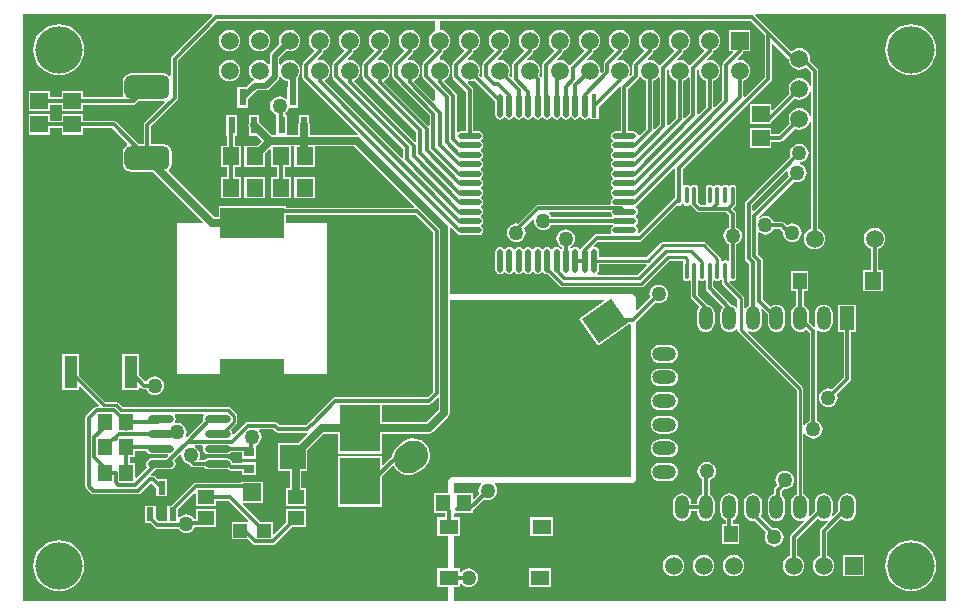
<source format=gtl>
G04*
G04 #@! TF.GenerationSoftware,Altium Limited,Altium Designer,18.1.11 (251)*
G04*
G04 Layer_Physical_Order=1*
G04 Layer_Color=255*
%FSLAX25Y25*%
%MOIN*%
G70*
G01*
G75*
%ADD11C,0.01000*%
%ADD45R,0.03543X0.03150*%
%ADD46R,0.04724X0.05512*%
%ADD47R,0.05512X0.05906*%
%ADD48R,0.02362X0.04528*%
%ADD49R,0.08600X0.08000*%
%ADD50R,0.21260X0.10000*%
%ADD51R,0.04724X0.04724*%
%ADD52R,0.06299X0.05906*%
%ADD53O,0.08661X0.02362*%
%ADD54R,0.05512X0.04724*%
%ADD55R,0.13386X0.15748*%
%ADD56R,0.06299X0.05118*%
G04:AMPARAMS|DCode=57|XSize=118.11mil|YSize=98.43mil|CornerRadius=0mil|HoleSize=0mil|Usage=FLASHONLY|Rotation=215.000|XOffset=0mil|YOffset=0mil|HoleType=Round|Shape=Rectangle|*
%AMROTATEDRECTD57*
4,1,4,0.02015,0.07419,0.07660,-0.00644,-0.02015,-0.07419,-0.07660,0.00644,0.02015,0.07419,0.0*
%
%ADD57ROTATEDRECTD57*%

G04:AMPARAMS|DCode=58|XSize=118.11mil|YSize=98.43mil|CornerRadius=0mil|HoleSize=0mil|Usage=FLASHONLY|Rotation=215.000|XOffset=0mil|YOffset=0mil|HoleType=Round|Shape=Round|*
%AMOVALD58*
21,1,0.01968,0.09843,0.00000,0.00000,215.0*
1,1,0.09843,0.00806,0.00564*
1,1,0.09843,-0.00806,-0.00564*
%
%ADD58OVALD58*%

%ADD59R,0.01181X0.05906*%
%ADD60O,0.01181X0.05906*%
%ADD61O,0.07874X0.04724*%
%ADD62O,0.04724X0.07874*%
%ADD63R,0.04724X0.07874*%
%ADD64R,0.05906X0.05512*%
%ADD65R,0.02362X0.05709*%
%ADD66R,0.01772X0.07874*%
%ADD67O,0.01772X0.07874*%
%ADD68O,0.07874X0.01772*%
%ADD69R,0.04331X0.10630*%
%ADD70R,0.42126X0.36221*%
%ADD71C,0.01200*%
%ADD72C,0.02500*%
%ADD73C,0.02000*%
%ADD74C,0.05906*%
%ADD75R,0.05906X0.05906*%
G04:AMPARAMS|DCode=76|XSize=150mil|YSize=78.74mil|CornerRadius=19.68mil|HoleSize=0mil|Usage=FLASHONLY|Rotation=0.000|XOffset=0mil|YOffset=0mil|HoleType=Round|Shape=RoundedRectangle|*
%AMROUNDEDRECTD76*
21,1,0.15000,0.03937,0,0,0.0*
21,1,0.11063,0.07874,0,0,0.0*
1,1,0.03937,0.05531,-0.01968*
1,1,0.03937,-0.05531,-0.01968*
1,1,0.03937,-0.05531,0.01968*
1,1,0.03937,0.05531,0.01968*
%
%ADD76ROUNDEDRECTD76*%
%ADD77C,0.05000*%
%ADD78C,0.15748*%
%ADD79C,0.02800*%
G36*
X307748Y492878D02*
X294235Y479365D01*
X293970Y478968D01*
X293877Y478500D01*
Y472953D01*
X293376Y472783D01*
X293363Y472800D01*
X292827Y473212D01*
X292202Y473471D01*
X291531Y473559D01*
X280469D01*
X279798Y473471D01*
X279173Y473212D01*
X278637Y472800D01*
X278225Y472264D01*
X277966Y471639D01*
X277878Y470968D01*
Y467031D01*
X277966Y466361D01*
X278049Y466160D01*
X277715Y465660D01*
X264553D01*
Y467793D01*
X257447D01*
Y465660D01*
X253553D01*
Y467793D01*
X246447D01*
Y461081D01*
X253553D01*
Y463213D01*
X257447D01*
Y461081D01*
X264553D01*
Y463213D01*
X281437D01*
X281905Y463307D01*
X282302Y463572D01*
X283171Y464441D01*
X291531D01*
X291553Y464444D01*
X291786Y463970D01*
X285135Y457318D01*
X284870Y456922D01*
X284776Y456453D01*
Y449937D01*
X283171D01*
X275680Y457428D01*
X275283Y457693D01*
X274815Y457787D01*
X264553D01*
Y459919D01*
X257447D01*
Y457787D01*
X253553D01*
Y459919D01*
X246447D01*
Y453207D01*
X253553D01*
Y455339D01*
X257447D01*
Y453207D01*
X264553D01*
Y455339D01*
X274308D01*
X279416Y450232D01*
X279298Y449642D01*
X279173Y449590D01*
X278637Y449178D01*
X278225Y448642D01*
X277966Y448017D01*
X277878Y447346D01*
Y443409D01*
X277966Y442739D01*
X278225Y442114D01*
X278637Y441578D01*
X279173Y441166D01*
X279798Y440907D01*
X280469Y440819D01*
X287892D01*
X304550Y424161D01*
X304358Y423699D01*
X295983Y423700D01*
Y373306D01*
X346017D01*
Y423694D01*
X332230Y423696D01*
Y426359D01*
X375446D01*
X381327Y420478D01*
Y367557D01*
X379426Y365656D01*
X348679D01*
X348211Y365563D01*
X347814Y365297D01*
X340109Y357593D01*
X339838Y357411D01*
X339135Y356708D01*
X338953Y356437D01*
X338790Y356274D01*
X330210D01*
X329407Y357076D01*
X329010Y357341D01*
X328542Y357435D01*
X319456D01*
X318988Y357341D01*
X318591Y357076D01*
X314902Y353387D01*
X314665Y353442D01*
X314397Y353589D01*
X314276Y354195D01*
X313882Y354784D01*
X313866Y354955D01*
X315673Y356762D01*
X315673Y356762D01*
X315916Y357126D01*
X316001Y357555D01*
Y359445D01*
X315916Y359874D01*
X315673Y360238D01*
X315673Y360238D01*
X313884Y362027D01*
X313520Y362270D01*
X313090Y362355D01*
X313090Y362355D01*
X277785D01*
X276313Y363827D01*
X275949Y364070D01*
X275520Y364155D01*
X275520Y364155D01*
X271962D01*
X263265Y372852D01*
Y379946D01*
X257735D01*
Y368116D01*
X263265D01*
Y369027D01*
X263727Y369218D01*
X269926Y363019D01*
X269735Y362557D01*
X269097D01*
X268629Y362464D01*
X268232Y362199D01*
X265729Y359696D01*
X265464Y359299D01*
X265371Y358831D01*
Y335906D01*
X265464Y335437D01*
X265729Y335040D01*
X267135Y333635D01*
X267532Y333370D01*
X268000Y333277D01*
X283000D01*
X283468Y333370D01*
X283865Y333635D01*
X287300Y337069D01*
X287414D01*
X289003Y335480D01*
Y332565D01*
X292565D01*
Y338293D01*
X289651D01*
X288786Y339158D01*
X288388Y339423D01*
X287920Y339516D01*
X287312D01*
X287105Y340016D01*
X288773Y341684D01*
X293701D01*
X294396Y341822D01*
X294985Y342216D01*
X295378Y342805D01*
X295517Y343500D01*
X295378Y344195D01*
X295024Y344726D01*
X296906Y346608D01*
X297380Y346374D01*
X297373Y346325D01*
X297480Y345516D01*
X297792Y344761D01*
X298289Y344114D01*
X298937Y343617D01*
X299691Y343305D01*
X300007Y343263D01*
X300635Y342635D01*
X301032Y342370D01*
X301500Y342277D01*
X304975D01*
X305015Y342216D01*
X305604Y341822D01*
X306299Y341684D01*
X312598D01*
X312807Y341725D01*
X313017Y341515D01*
X313414Y341249D01*
X313882Y341156D01*
X317628D01*
Y339569D01*
X322372D01*
Y343919D01*
X317628D01*
Y343603D01*
X314394D01*
X314276Y344195D01*
X313882Y344784D01*
X313293Y345178D01*
X312598Y345316D01*
X306299D01*
X305604Y345178D01*
X305015Y344784D01*
X304975Y344724D01*
X303733D01*
X303399Y345223D01*
X303520Y345516D01*
X303627Y346325D01*
X303520Y347134D01*
X303208Y347888D01*
X302711Y348536D01*
X302063Y349033D01*
X301762Y349158D01*
X301861Y349658D01*
X304400D01*
X304606Y349272D01*
X304614Y349158D01*
X304483Y348500D01*
X304622Y347805D01*
X305015Y347216D01*
X305604Y346822D01*
X306299Y346684D01*
X312598D01*
X313293Y346822D01*
X313882Y347216D01*
X313923Y347276D01*
X317628D01*
Y345081D01*
X322372D01*
Y349431D01*
X322597Y349837D01*
X323200Y350300D01*
X323697Y350948D01*
X324009Y351702D01*
X324116Y352511D01*
X324009Y353320D01*
X323697Y354074D01*
X323380Y354487D01*
X323626Y354988D01*
X328035D01*
X328838Y354185D01*
X329235Y353920D01*
X329703Y353826D01*
X339202D01*
X339357Y353598D01*
X339424Y353342D01*
X336433Y350350D01*
X329600D01*
Y341150D01*
X333614D01*
Y335383D01*
X332144D01*
Y329459D01*
X338856D01*
Y335383D01*
X337386D01*
Y341150D01*
X339400D01*
Y347983D01*
X344890Y353472D01*
X349707D01*
Y346884D01*
X364293D01*
Y353472D01*
X379858D01*
X380580Y353616D01*
X381192Y354025D01*
X386334Y359166D01*
X386743Y359778D01*
X386886Y360500D01*
Y398100D01*
X438181D01*
X438331Y397623D01*
X429986Y391780D01*
X436320Y382734D01*
X446607Y389938D01*
X447107Y389677D01*
Y338945D01*
X387294D01*
X386394Y338045D01*
Y333856D01*
X381494D01*
Y327144D01*
X385277D01*
Y325659D01*
X382750D01*
Y319341D01*
X386394D01*
Y308659D01*
X382750D01*
Y302341D01*
X386394D01*
Y297621D01*
X244621D01*
Y493378D01*
X307541D01*
X307748Y492878D01*
D02*
G37*
G36*
X552379Y297621D02*
X388194D01*
Y302341D01*
X390250D01*
Y303313D01*
X390750Y303483D01*
X390899Y303289D01*
X391546Y302792D01*
X392300Y302480D01*
X393110Y302373D01*
X393919Y302480D01*
X394673Y302792D01*
X395321Y303289D01*
X395817Y303937D01*
X396130Y304691D01*
X396236Y305500D01*
X396130Y306309D01*
X395817Y307063D01*
X395321Y307711D01*
X394673Y308208D01*
X393919Y308520D01*
X393110Y308627D01*
X392300Y308520D01*
X391546Y308208D01*
X390899Y307711D01*
X390750Y307517D01*
X390250Y307686D01*
Y308659D01*
X388194D01*
Y319341D01*
X390250D01*
Y325659D01*
X388194D01*
Y326871D01*
X388581Y327144D01*
X389158D01*
X389369Y327102D01*
X389462Y327121D01*
X389781D01*
X389899Y327144D01*
X393110D01*
X393325Y327101D01*
X393540Y327144D01*
X394506D01*
Y327775D01*
X398351Y331621D01*
X398691Y331480D01*
X399500Y331373D01*
X400309Y331480D01*
X401063Y331792D01*
X401711Y332289D01*
X402208Y332937D01*
X402520Y333691D01*
X402627Y334500D01*
X402520Y335309D01*
X402208Y336063D01*
X401762Y336645D01*
X401883Y337145D01*
X448000D01*
X448900Y338045D01*
Y390725D01*
X455351Y397176D01*
X455691Y397035D01*
X456500Y396929D01*
X457309Y397035D01*
X458063Y397348D01*
X458711Y397845D01*
X459208Y398492D01*
X459520Y399246D01*
X459627Y400055D01*
X459520Y400865D01*
X459208Y401619D01*
X458711Y402266D01*
X458063Y402763D01*
X457309Y403076D01*
X456500Y403182D01*
X455691Y403076D01*
X454937Y402763D01*
X454289Y402266D01*
X453792Y401619D01*
X453480Y400865D01*
X453373Y400055D01*
X453480Y399246D01*
X453621Y398906D01*
X449362Y394648D01*
X448900Y394839D01*
Y399007D01*
X448000Y399900D01*
X386886D01*
Y422000D01*
X386883Y422014D01*
X387344Y422260D01*
X389218Y420387D01*
X389258Y420360D01*
X389378Y420181D01*
X389869Y419852D01*
X390449Y419737D01*
X396551D01*
X397131Y419852D01*
X397622Y420181D01*
X397951Y420672D01*
X398066Y421252D01*
X397951Y421832D01*
X397622Y422323D01*
X397285Y422549D01*
X397270Y422592D01*
Y423062D01*
X397285Y423104D01*
X397622Y423330D01*
X397951Y423822D01*
X398066Y424402D01*
X397951Y424981D01*
X397622Y425473D01*
X397285Y425699D01*
X397270Y425741D01*
Y426212D01*
X397285Y426254D01*
X397622Y426480D01*
X397951Y426971D01*
X398066Y427551D01*
X397951Y428131D01*
X397622Y428622D01*
X397285Y428848D01*
X397270Y428891D01*
Y429361D01*
X397285Y429404D01*
X397622Y429630D01*
X397951Y430121D01*
X398066Y430701D01*
X397951Y431281D01*
X397622Y431772D01*
X397285Y431998D01*
X397270Y432040D01*
Y432511D01*
X397285Y432553D01*
X397622Y432779D01*
X397951Y433271D01*
X398066Y433850D01*
X397951Y434430D01*
X397622Y434922D01*
X397285Y435147D01*
X397270Y435190D01*
Y435660D01*
X397285Y435703D01*
X397622Y435929D01*
X397951Y436420D01*
X398066Y437000D01*
X397951Y437580D01*
X397622Y438071D01*
X397285Y438297D01*
X397270Y438340D01*
Y438810D01*
X397285Y438853D01*
X397622Y439078D01*
X397951Y439570D01*
X398066Y440150D01*
X397951Y440729D01*
X397622Y441221D01*
X397285Y441447D01*
X397270Y441489D01*
Y441960D01*
X397285Y442002D01*
X397622Y442228D01*
X397951Y442720D01*
X398066Y443299D01*
X397951Y443879D01*
X397622Y444370D01*
X397285Y444596D01*
X397270Y444639D01*
Y445109D01*
X397285Y445152D01*
X397622Y445378D01*
X397951Y445869D01*
X398066Y446449D01*
X397951Y447029D01*
X397622Y447520D01*
X397285Y447746D01*
X397270Y447788D01*
Y448259D01*
X397285Y448301D01*
X397622Y448527D01*
X397951Y449019D01*
X398066Y449598D01*
X397951Y450178D01*
X397622Y450670D01*
X397285Y450896D01*
X397270Y450938D01*
Y451408D01*
X397285Y451451D01*
X397622Y451677D01*
X397951Y452168D01*
X398066Y452748D01*
X397951Y453328D01*
X397622Y453819D01*
X397131Y454148D01*
X396551Y454263D01*
X394724D01*
Y468061D01*
X394630Y468530D01*
X394365Y468927D01*
X392785Y470506D01*
X393019Y470980D01*
X393500Y470917D01*
X394427Y471039D01*
X394996Y471274D01*
X402024Y464245D01*
Y459736D01*
X402140Y459157D01*
X402468Y458665D01*
X402960Y458337D01*
X403539Y458221D01*
X404119Y458337D01*
X404611Y458665D01*
X404836Y459003D01*
X404879Y459017D01*
X405349D01*
X405392Y459003D01*
X405618Y458665D01*
X406109Y458337D01*
X406689Y458221D01*
X407269Y458337D01*
X407760Y458665D01*
X407986Y459003D01*
X408029Y459017D01*
X408499D01*
X408542Y459003D01*
X408767Y458665D01*
X409259Y458337D01*
X409839Y458221D01*
X410418Y458337D01*
X410910Y458665D01*
X411136Y459003D01*
X411178Y459017D01*
X411649D01*
X411691Y459003D01*
X411917Y458665D01*
X412408Y458337D01*
X412988Y458221D01*
X413568Y458337D01*
X414059Y458665D01*
X414285Y459003D01*
X414328Y459017D01*
X414798D01*
X414841Y459003D01*
X415067Y458665D01*
X415558Y458337D01*
X416138Y458221D01*
X416718Y458337D01*
X417209Y458665D01*
X417435Y459003D01*
X417478Y459017D01*
X417948D01*
X417990Y459003D01*
X418216Y458665D01*
X418708Y458337D01*
X419287Y458221D01*
X419867Y458337D01*
X420359Y458665D01*
X420584Y459003D01*
X420627Y459017D01*
X421097D01*
X421140Y459003D01*
X421366Y458665D01*
X421857Y458337D01*
X422437Y458221D01*
X423017Y458337D01*
X423508Y458665D01*
X423734Y459003D01*
X423777Y459017D01*
X424247D01*
X424290Y459003D01*
X424515Y458665D01*
X425007Y458337D01*
X425587Y458221D01*
X426166Y458337D01*
X426658Y458665D01*
X426884Y459003D01*
X426926Y459017D01*
X427397D01*
X427439Y459003D01*
X427665Y458665D01*
X428157Y458337D01*
X428736Y458221D01*
X429316Y458337D01*
X429808Y458665D01*
X430033Y459003D01*
X430076Y459017D01*
X430546D01*
X430589Y459003D01*
X430815Y458665D01*
X431306Y458337D01*
X431886Y458221D01*
X432466Y458337D01*
X432957Y458665D01*
X433050Y458804D01*
X433550Y458652D01*
Y458250D01*
X436521D01*
Y462543D01*
X443447Y469469D01*
X443908Y469223D01*
X443851Y468937D01*
Y454263D01*
X442024D01*
X441444Y454148D01*
X440952Y453819D01*
X440624Y453328D01*
X440509Y452748D01*
X440624Y452168D01*
X440952Y451677D01*
X441290Y451451D01*
X441305Y451408D01*
Y450938D01*
X441290Y450896D01*
X440952Y450670D01*
X440624Y450178D01*
X440509Y449598D01*
X440624Y449019D01*
X440952Y448527D01*
X441290Y448301D01*
X441305Y448259D01*
Y447788D01*
X441290Y447746D01*
X440952Y447520D01*
X440624Y447029D01*
X440509Y446449D01*
X440624Y445869D01*
X440952Y445378D01*
X441290Y445152D01*
X441305Y445109D01*
Y444639D01*
X441290Y444596D01*
X440952Y444370D01*
X440624Y443879D01*
X440509Y443299D01*
X440624Y442720D01*
X440952Y442228D01*
X441290Y442002D01*
X441305Y441960D01*
Y441489D01*
X441290Y441447D01*
X440952Y441221D01*
X440624Y440729D01*
X440509Y440150D01*
X440624Y439570D01*
X440952Y439078D01*
X441290Y438853D01*
X441305Y438810D01*
Y438340D01*
X441290Y438297D01*
X440952Y438071D01*
X440624Y437580D01*
X440509Y437000D01*
X440624Y436420D01*
X440952Y435929D01*
X441290Y435703D01*
X441305Y435660D01*
Y435190D01*
X441290Y435147D01*
X440952Y434922D01*
X440624Y434430D01*
X440509Y433850D01*
X440624Y433271D01*
X440952Y432779D01*
X441290Y432553D01*
X441305Y432511D01*
Y432040D01*
X441290Y431998D01*
X440952Y431772D01*
X440624Y431281D01*
X440509Y430701D01*
X440584Y430324D01*
X440267Y429823D01*
X416302D01*
X415834Y429730D01*
X415437Y429465D01*
X409529Y423557D01*
X409000Y423627D01*
X408191Y423520D01*
X407437Y423208D01*
X406789Y422711D01*
X406292Y422063D01*
X405980Y421309D01*
X405873Y420500D01*
X405980Y419691D01*
X406292Y418937D01*
X406789Y418289D01*
X407437Y417792D01*
X408191Y417480D01*
X409000Y417373D01*
X409809Y417480D01*
X410563Y417792D01*
X411211Y418289D01*
X411708Y418937D01*
X412020Y419691D01*
X412127Y420500D01*
X412020Y421309D01*
X411708Y422063D01*
X411616Y422184D01*
X414435Y425003D01*
X414909Y424770D01*
X414873Y424500D01*
X414980Y423691D01*
X415292Y422937D01*
X415789Y422289D01*
X416437Y421792D01*
X417191Y421480D01*
X418000Y421373D01*
X418809Y421480D01*
X419563Y421792D01*
X420211Y422289D01*
X420708Y422937D01*
X420808Y423178D01*
X441180D01*
X441290Y423104D01*
X441305Y423062D01*
Y422592D01*
X441290Y422549D01*
X440952Y422323D01*
X440624Y421832D01*
X440509Y421252D01*
X440624Y420672D01*
X440746Y420490D01*
X440479Y419990D01*
X435766D01*
X435298Y419897D01*
X434901Y419631D01*
X431021Y415751D01*
X430756Y415354D01*
X430725Y415201D01*
X430589Y414997D01*
X430546Y414983D01*
X430076D01*
X430033Y414997D01*
X429808Y415335D01*
X429316Y415663D01*
X428736Y415779D01*
X428157Y415663D01*
X427665Y415335D01*
X427633Y415287D01*
X427014Y415229D01*
X427013Y415230D01*
X427059Y415741D01*
X427095Y415816D01*
X427711Y416289D01*
X428208Y416937D01*
X428520Y417691D01*
X428627Y418500D01*
X428520Y419309D01*
X428208Y420063D01*
X427711Y420711D01*
X427063Y421208D01*
X426309Y421520D01*
X425500Y421627D01*
X424691Y421520D01*
X423937Y421208D01*
X423289Y420711D01*
X422792Y420063D01*
X422480Y419309D01*
X422373Y418500D01*
X422480Y417691D01*
X422792Y416937D01*
X423289Y416289D01*
X423937Y415792D01*
X424363Y415616D01*
Y415107D01*
X424290Y414997D01*
X424247Y414983D01*
X423777D01*
X423734Y414997D01*
X423508Y415335D01*
X423017Y415663D01*
X422437Y415779D01*
X421857Y415663D01*
X421366Y415335D01*
X421140Y414997D01*
X421097Y414983D01*
X420627D01*
X420584Y414997D01*
X420359Y415335D01*
X419867Y415663D01*
X419287Y415779D01*
X418708Y415663D01*
X418216Y415335D01*
X417990Y414997D01*
X417948Y414983D01*
X417478D01*
X417435Y414997D01*
X417209Y415335D01*
X416718Y415663D01*
X416138Y415779D01*
X415558Y415663D01*
X415067Y415335D01*
X414841Y414997D01*
X414798Y414983D01*
X414328D01*
X414285Y414997D01*
X414059Y415335D01*
X413568Y415663D01*
X412988Y415779D01*
X412408Y415663D01*
X411917Y415335D01*
X411691Y414997D01*
X411649Y414983D01*
X411178D01*
X411136Y414997D01*
X410910Y415335D01*
X410418Y415663D01*
X409839Y415779D01*
X409259Y415663D01*
X408767Y415335D01*
X408542Y414997D01*
X408499Y414983D01*
X408029D01*
X407986Y414997D01*
X407760Y415335D01*
X407269Y415663D01*
X406689Y415779D01*
X406109Y415663D01*
X405618Y415335D01*
X405392Y414997D01*
X405349Y414983D01*
X404879D01*
X404836Y414997D01*
X404611Y415335D01*
X404119Y415663D01*
X403539Y415779D01*
X402960Y415663D01*
X402468Y415335D01*
X402140Y414844D01*
X402024Y414264D01*
Y408161D01*
X402140Y407582D01*
X402468Y407090D01*
X402960Y406762D01*
X403539Y406646D01*
X404119Y406762D01*
X404611Y407090D01*
X404836Y407428D01*
X404879Y407443D01*
X405349D01*
X405392Y407428D01*
X405618Y407090D01*
X406109Y406762D01*
X406689Y406646D01*
X407269Y406762D01*
X407760Y407090D01*
X407986Y407428D01*
X408029Y407443D01*
X408499D01*
X408542Y407428D01*
X408767Y407090D01*
X409259Y406762D01*
X409839Y406646D01*
X410418Y406762D01*
X410910Y407090D01*
X411136Y407428D01*
X411178Y407443D01*
X411649D01*
X411691Y407428D01*
X411917Y407090D01*
X412408Y406762D01*
X412988Y406646D01*
X413568Y406762D01*
X414059Y407090D01*
X414285Y407428D01*
X414328Y407443D01*
X414798D01*
X414841Y407428D01*
X415067Y407090D01*
X415558Y406762D01*
X416138Y406646D01*
X416718Y406762D01*
X417209Y407090D01*
X417435Y407428D01*
X417478Y407443D01*
X417948D01*
X417990Y407428D01*
X418216Y407090D01*
X418708Y406762D01*
X419287Y406646D01*
X419513Y406691D01*
X423620Y402584D01*
X423620Y402584D01*
X423983Y402341D01*
X424413Y402256D01*
X424413Y402256D01*
X450706D01*
X450706Y402256D01*
X451135Y402341D01*
X451499Y402584D01*
X460113Y411198D01*
X464701D01*
Y410656D01*
X464609Y410192D01*
Y405468D01*
X464701Y405003D01*
X464964Y404610D01*
X465358Y404347D01*
X465823Y404254D01*
X466287Y404347D01*
X466658Y404595D01*
X466788Y404568D01*
X467158Y404424D01*
Y399248D01*
X467251Y398780D01*
X467517Y398383D01*
X470030Y395870D01*
X470017Y395680D01*
X469542Y395061D01*
X469244Y394340D01*
X469142Y393567D01*
Y390417D01*
X469244Y389644D01*
X469542Y388923D01*
X470017Y388305D01*
X470636Y387830D01*
X471357Y387531D01*
X472130Y387430D01*
X472903Y387531D01*
X473624Y387830D01*
X474243Y388305D01*
X474717Y388923D01*
X475016Y389644D01*
X475118Y390417D01*
Y393567D01*
X475016Y394340D01*
X474717Y395061D01*
X474243Y395680D01*
X473624Y396154D01*
X472910Y396450D01*
X469605Y399755D01*
Y404424D01*
X469975Y404568D01*
X470105Y404595D01*
X470476Y404347D01*
X470941Y404254D01*
X471406Y404347D01*
X471776Y404595D01*
X471907Y404568D01*
X472276Y404424D01*
Y402004D01*
X472370Y401536D01*
X472635Y401139D01*
X477904Y395870D01*
X477891Y395680D01*
X477416Y395061D01*
X477118Y394340D01*
X477016Y393567D01*
Y390417D01*
X477118Y389644D01*
X477416Y388923D01*
X477891Y388305D01*
X478510Y387830D01*
X479231Y387531D01*
X480004Y387430D01*
X480777Y387531D01*
X481498Y387830D01*
X482117Y388305D01*
X482245Y388471D01*
X482745Y388302D01*
Y388134D01*
X482745Y388134D01*
X482830Y387705D01*
X483073Y387341D01*
X502504Y367910D01*
Y333316D01*
X502132Y333162D01*
X501513Y332687D01*
X501039Y332069D01*
X500740Y331348D01*
X500638Y330575D01*
Y327425D01*
X500740Y326652D01*
X501039Y325931D01*
X501513Y325312D01*
X502132Y324838D01*
X502853Y324539D01*
X503626Y324437D01*
X504399Y324539D01*
X504745Y324682D01*
X505028Y324259D01*
X500635Y319865D01*
X500370Y319468D01*
X500277Y319000D01*
Y312839D01*
X499708Y312603D01*
X498966Y312034D01*
X498397Y311292D01*
X498039Y310427D01*
X497917Y309500D01*
X498039Y308573D01*
X498397Y307708D01*
X498966Y306966D01*
X499708Y306397D01*
X500572Y306039D01*
X501500Y305917D01*
X502427Y306039D01*
X503292Y306397D01*
X504034Y306966D01*
X504603Y307708D01*
X504961Y308573D01*
X505083Y309500D01*
X504961Y310427D01*
X504603Y311292D01*
X504034Y312034D01*
X503292Y312603D01*
X502724Y312839D01*
Y318493D01*
X509475Y325245D01*
X510006Y324838D01*
X510727Y324539D01*
X511500Y324437D01*
X512273Y324539D01*
X512619Y324682D01*
X512902Y324259D01*
X510635Y321991D01*
X510370Y321594D01*
X510277Y321126D01*
Y312839D01*
X509708Y312603D01*
X508966Y312034D01*
X508397Y311292D01*
X508039Y310427D01*
X507917Y309500D01*
X508039Y308573D01*
X508397Y307708D01*
X508966Y306966D01*
X509708Y306397D01*
X510572Y306039D01*
X511500Y305917D01*
X512428Y306039D01*
X513292Y306397D01*
X514034Y306966D01*
X514603Y307708D01*
X514961Y308573D01*
X515083Y309500D01*
X514961Y310427D01*
X514603Y311292D01*
X514034Y312034D01*
X513292Y312603D01*
X512723Y312839D01*
Y320619D01*
X517349Y325245D01*
X517880Y324838D01*
X518601Y324539D01*
X519374Y324437D01*
X520147Y324539D01*
X520868Y324838D01*
X521487Y325312D01*
X521961Y325931D01*
X522260Y326652D01*
X522362Y327425D01*
Y330575D01*
X522260Y331348D01*
X521961Y332069D01*
X521487Y332687D01*
X520868Y333162D01*
X520147Y333461D01*
X519374Y333563D01*
X518601Y333461D01*
X517880Y333162D01*
X517261Y332687D01*
X516786Y332069D01*
X516488Y331348D01*
X516386Y330575D01*
Y327743D01*
X514667Y326023D01*
X514243Y326306D01*
X514386Y326652D01*
X514488Y327425D01*
Y330575D01*
X514386Y331348D01*
X514087Y332069D01*
X513613Y332687D01*
X512994Y333162D01*
X512273Y333461D01*
X511500Y333563D01*
X510727Y333461D01*
X510006Y333162D01*
X509387Y332687D01*
X508913Y332069D01*
X508614Y331348D01*
X508512Y330575D01*
Y327743D01*
X506793Y326023D01*
X506369Y326306D01*
X506512Y326652D01*
X506614Y327425D01*
Y330575D01*
X506512Y331348D01*
X506214Y332069D01*
X505739Y332687D01*
X505120Y333162D01*
X504747Y333316D01*
Y353445D01*
X505247Y353544D01*
X505292Y353437D01*
X505789Y352789D01*
X506437Y352292D01*
X507191Y351980D01*
X508000Y351873D01*
X508809Y351980D01*
X509563Y352292D01*
X510211Y352789D01*
X510708Y353437D01*
X511020Y354191D01*
X511127Y355000D01*
X511020Y355809D01*
X510708Y356563D01*
X510211Y357211D01*
X509563Y357708D01*
X509224Y357849D01*
Y387618D01*
X509181Y387833D01*
X509634Y388115D01*
X510006Y387830D01*
X510727Y387531D01*
X511500Y387430D01*
X512273Y387531D01*
X512994Y387830D01*
X513613Y388305D01*
X514087Y388923D01*
X514386Y389644D01*
X514488Y390417D01*
Y393567D01*
X514386Y394340D01*
X514087Y395061D01*
X513613Y395680D01*
X512994Y396154D01*
X512273Y396453D01*
X511500Y396555D01*
X510727Y396453D01*
X510006Y396154D01*
X509387Y395680D01*
X508913Y395061D01*
X508614Y394340D01*
X508512Y393567D01*
Y390417D01*
X508614Y389644D01*
X508757Y389298D01*
X508333Y389015D01*
X506614Y390735D01*
Y393567D01*
X506512Y394340D01*
X506214Y395061D01*
X505739Y395680D01*
X505120Y396154D01*
X504849Y396266D01*
Y401144D01*
X506419D01*
Y407856D01*
X500494D01*
Y401144D01*
X502402D01*
Y396266D01*
X502132Y396154D01*
X501513Y395680D01*
X501039Y395061D01*
X500740Y394340D01*
X500638Y393567D01*
Y390417D01*
X500740Y389644D01*
X501039Y388923D01*
X501513Y388305D01*
X502132Y387830D01*
X502853Y387531D01*
X503626Y387430D01*
X504399Y387531D01*
X505120Y387830D01*
X505651Y388237D01*
X506777Y387111D01*
Y357849D01*
X506437Y357708D01*
X505789Y357211D01*
X505292Y356563D01*
X505247Y356456D01*
X504747Y356555D01*
Y368374D01*
X504662Y368803D01*
X504419Y369167D01*
X504419Y369167D01*
X486236Y387350D01*
X486519Y387774D01*
X487105Y387531D01*
X487878Y387430D01*
X488651Y387531D01*
X489372Y387830D01*
X489991Y388305D01*
X490465Y388923D01*
X490764Y389644D01*
X490866Y390417D01*
Y393567D01*
X490764Y394340D01*
X490621Y394686D01*
X491045Y394969D01*
X492764Y393250D01*
Y390417D01*
X492866Y389644D01*
X493164Y388923D01*
X493639Y388305D01*
X494258Y387830D01*
X494979Y387531D01*
X495752Y387430D01*
X496525Y387531D01*
X497246Y387830D01*
X497865Y388305D01*
X498339Y388923D01*
X498638Y389644D01*
X498740Y390417D01*
Y393567D01*
X498638Y394340D01*
X498339Y395061D01*
X497865Y395680D01*
X497246Y396154D01*
X496525Y396453D01*
X495752Y396555D01*
X494979Y396453D01*
X494258Y396154D01*
X493727Y395747D01*
X491223Y398251D01*
Y411066D01*
X491130Y411535D01*
X490865Y411931D01*
X489524Y413273D01*
Y420363D01*
X490024Y420609D01*
X490437Y420292D01*
X491191Y419980D01*
X492000Y419873D01*
X492809Y419980D01*
X493563Y420292D01*
X494211Y420789D01*
X494708Y421437D01*
X494849Y421776D01*
X496965D01*
X497916Y420825D01*
X497873Y420500D01*
X497980Y419691D01*
X498292Y418937D01*
X498789Y418289D01*
X499437Y417792D01*
X500191Y417480D01*
X501000Y417373D01*
X501809Y417480D01*
X502563Y417792D01*
X503211Y418289D01*
X503708Y418937D01*
X504020Y419691D01*
X504127Y420500D01*
X504020Y421309D01*
X503708Y422063D01*
X503211Y422711D01*
X502563Y423208D01*
X501809Y423520D01*
X501000Y423627D01*
X500191Y423520D01*
X499437Y423208D01*
X499186Y423016D01*
X498337Y423865D01*
X497940Y424130D01*
X497472Y424224D01*
X494849D01*
X494708Y424563D01*
X494211Y425211D01*
X493563Y425708D01*
X492809Y426020D01*
X492000Y426127D01*
X491191Y426020D01*
X490437Y425708D01*
X490094Y425445D01*
X489763Y425821D01*
X501488Y437546D01*
X501828Y437406D01*
X502637Y437299D01*
X503447Y437406D01*
X504201Y437718D01*
X504848Y438215D01*
X505345Y438863D01*
X505658Y439617D01*
X505764Y440426D01*
X505658Y441235D01*
X505345Y441989D01*
X504848Y442637D01*
X504201Y443134D01*
X503565Y443397D01*
X503615Y443908D01*
X504160Y443980D01*
X504914Y444292D01*
X505561Y444789D01*
X506058Y445437D01*
X506370Y446191D01*
X506477Y447000D01*
X506370Y447809D01*
X506058Y448563D01*
X505561Y449211D01*
X504914Y449708D01*
X504160Y450020D01*
X503350Y450127D01*
X502541Y450020D01*
X501787Y449708D01*
X501139Y449211D01*
X500642Y448563D01*
X500330Y447809D01*
X500224Y447000D01*
X500330Y446191D01*
X500471Y445851D01*
X485635Y431015D01*
X485370Y430618D01*
X485277Y430150D01*
Y412021D01*
X485370Y411552D01*
X485635Y411156D01*
X486654Y410136D01*
Y396266D01*
X486384Y396154D01*
X485765Y395680D01*
X485488Y395318D01*
X484988Y395488D01*
Y398678D01*
X484902Y399107D01*
X484659Y399471D01*
X484659Y399471D01*
X479998Y404132D01*
X480021Y404224D01*
X480588Y404430D01*
X480713Y404347D01*
X481177Y404254D01*
X481642Y404347D01*
X482035Y404610D01*
X482299Y405003D01*
X482391Y405468D01*
Y407782D01*
X482401Y407830D01*
Y416651D01*
X482741Y416792D01*
X483388Y417289D01*
X483885Y417937D01*
X484197Y418691D01*
X484304Y419500D01*
X484197Y420309D01*
X483885Y421063D01*
X483388Y421711D01*
X482741Y422208D01*
X482401Y422349D01*
Y426823D01*
X482308Y427291D01*
X482042Y427688D01*
X481256Y428474D01*
X482042Y429261D01*
X482308Y429658D01*
X482401Y430126D01*
Y433027D01*
X482391Y433076D01*
Y435389D01*
X482299Y435854D01*
X482035Y436248D01*
X481642Y436511D01*
X481177Y436603D01*
X480713Y436511D01*
X480319Y436248D01*
X480175Y436033D01*
X480174Y436032D01*
X479621D01*
X479620Y436033D01*
X479476Y436248D01*
X479083Y436511D01*
X478618Y436603D01*
X478154Y436511D01*
X477760Y436248D01*
X477616Y436033D01*
X477615Y436032D01*
X477062D01*
X477061Y436033D01*
X476917Y436248D01*
X476524Y436511D01*
X476059Y436603D01*
X475595Y436511D01*
X475201Y436248D01*
X475057Y436033D01*
X475056Y436032D01*
X474503D01*
X474502Y436033D01*
X474358Y436248D01*
X473965Y436511D01*
X473500Y436603D01*
X473035Y436511D01*
X472642Y436248D01*
X472378Y435854D01*
X472286Y435389D01*
Y430665D01*
X472378Y430200D01*
X472380Y430198D01*
X472113Y429698D01*
X470540D01*
X469605Y430633D01*
Y433027D01*
X469596Y433076D01*
Y435389D01*
X469503Y435854D01*
X469240Y436248D01*
X468846Y436511D01*
X468382Y436603D01*
X467917Y436511D01*
X467523Y436248D01*
X467380Y436033D01*
X467379Y436032D01*
X466826D01*
X466825Y436033D01*
X466681Y436248D01*
X466287Y436511D01*
X465823Y436603D01*
X465358Y436511D01*
X464987Y436263D01*
X464857Y436289D01*
X464487Y436433D01*
Y441642D01*
X493865Y471020D01*
X494130Y471417D01*
X494223Y471885D01*
Y483293D01*
X494686Y483484D01*
X498635Y479535D01*
X498635Y479535D01*
X499699Y478471D01*
X499768Y478424D01*
X499889Y477508D01*
X500247Y476644D01*
X500816Y475902D01*
X501559Y475333D01*
X502423Y474975D01*
X503350Y474853D01*
X504278Y474975D01*
X505142Y475333D01*
X505592Y475678D01*
X507276Y473993D01*
Y469482D01*
X506812Y469363D01*
X506454Y470228D01*
X505884Y470970D01*
X505142Y471539D01*
X504278Y471897D01*
X503350Y472019D01*
X502423Y471897D01*
X501559Y471539D01*
X500816Y470970D01*
X500247Y470228D01*
X499889Y469363D01*
X499767Y468436D01*
X499889Y467508D01*
X500149Y466880D01*
X494515Y461245D01*
X494053Y461436D01*
Y463293D01*
X486947D01*
Y456581D01*
X494053D01*
Y457323D01*
X501915Y465185D01*
X502423Y464975D01*
X503350Y464853D01*
X504278Y464975D01*
X505142Y465333D01*
X505884Y465902D01*
X506454Y466644D01*
X506812Y467508D01*
X507276Y467390D01*
Y459482D01*
X506812Y459363D01*
X506454Y460228D01*
X505884Y460970D01*
X505142Y461539D01*
X504278Y461897D01*
X503350Y462019D01*
X502423Y461897D01*
X501559Y461539D01*
X500816Y460970D01*
X500247Y460228D01*
X499889Y459363D01*
X499767Y458436D01*
X499889Y457508D01*
X500124Y456940D01*
X496471Y453287D01*
X494053D01*
Y455419D01*
X486947D01*
Y448707D01*
X494053D01*
Y450840D01*
X496977D01*
X497446Y450933D01*
X497843Y451198D01*
X501855Y455210D01*
X502423Y454975D01*
X503350Y454852D01*
X504278Y454975D01*
X505142Y455333D01*
X505884Y455902D01*
X506454Y456644D01*
X506812Y457508D01*
X507276Y457390D01*
Y421839D01*
X506708Y421603D01*
X505966Y421034D01*
X505397Y420292D01*
X505039Y419427D01*
X504917Y418500D01*
X505039Y417572D01*
X505397Y416708D01*
X505966Y415966D01*
X506708Y415397D01*
X507573Y415039D01*
X508500Y414917D01*
X509427Y415039D01*
X510292Y415397D01*
X511034Y415966D01*
X511603Y416708D01*
X511961Y417572D01*
X512083Y418500D01*
X511961Y419427D01*
X511603Y420292D01*
X511034Y421034D01*
X510292Y421603D01*
X509724Y421839D01*
Y474500D01*
X509630Y474968D01*
X509365Y475365D01*
X506859Y477871D01*
X506934Y478436D01*
X506812Y479363D01*
X506454Y480228D01*
X505884Y480970D01*
X505142Y481539D01*
X504278Y481897D01*
X503350Y482019D01*
X502423Y481897D01*
X501559Y481539D01*
X500816Y480970D01*
X500670Y480960D01*
X500365Y481265D01*
X500365Y481265D01*
X493865Y487765D01*
X493865Y487765D01*
X488752Y492878D01*
X488959Y493378D01*
X552378D01*
X552379Y297621D01*
D02*
G37*
G36*
X491777Y486393D02*
Y472392D01*
X485223Y465839D01*
X484724Y466046D01*
Y471161D01*
X485292Y471397D01*
X486034Y471966D01*
X486603Y472708D01*
X486961Y473572D01*
X487083Y474500D01*
X486961Y475427D01*
X486603Y476292D01*
X486034Y477034D01*
X485292Y477603D01*
X484427Y477961D01*
X483500Y478083D01*
X483019Y478020D01*
X482785Y478494D01*
X484365Y480073D01*
X484630Y480470D01*
X484724Y480939D01*
Y480947D01*
X487053D01*
Y488053D01*
X479947D01*
Y480947D01*
X481125D01*
X481316Y480485D01*
X478082Y477251D01*
X477817Y476854D01*
X477724Y476386D01*
Y464813D01*
X475223Y462312D01*
X474723Y462519D01*
Y471161D01*
X475292Y471397D01*
X476034Y471966D01*
X476603Y472708D01*
X476961Y473572D01*
X477083Y474500D01*
X476961Y475427D01*
X476603Y476292D01*
X476034Y477034D01*
X475292Y477603D01*
X474428Y477961D01*
X473500Y478083D01*
X472948Y478011D01*
X472715Y478484D01*
X474365Y480135D01*
X474630Y480532D01*
X474723Y481000D01*
Y481161D01*
X475292Y481397D01*
X476034Y481966D01*
X476603Y482708D01*
X476961Y483572D01*
X477083Y484500D01*
X476961Y485428D01*
X476603Y486292D01*
X476034Y487034D01*
X475292Y487603D01*
X474428Y487961D01*
X473500Y488083D01*
X472573Y487961D01*
X471708Y487603D01*
X470966Y487034D01*
X470397Y486292D01*
X470039Y485428D01*
X469917Y484500D01*
X470039Y483572D01*
X470397Y482708D01*
X470966Y481966D01*
X471567Y481505D01*
X471692Y480923D01*
X467188Y476418D01*
X467129Y476330D01*
X466851Y476310D01*
X466549Y476362D01*
X466034Y477034D01*
X465292Y477603D01*
X464428Y477961D01*
X463500Y478083D01*
X462948Y478011D01*
X462715Y478484D01*
X464365Y480135D01*
X464630Y480532D01*
X464723Y481000D01*
Y481161D01*
X465292Y481397D01*
X466034Y481966D01*
X466603Y482708D01*
X466961Y483572D01*
X467083Y484500D01*
X466961Y485428D01*
X466603Y486292D01*
X466034Y487034D01*
X465292Y487603D01*
X464428Y487961D01*
X463500Y488083D01*
X462572Y487961D01*
X461708Y487603D01*
X460966Y487034D01*
X460397Y486292D01*
X460039Y485428D01*
X459917Y484500D01*
X460039Y483572D01*
X460397Y482708D01*
X460966Y481966D01*
X461567Y481505D01*
X461692Y480923D01*
X457188Y476418D01*
X457129Y476330D01*
X456851Y476310D01*
X456549Y476362D01*
X456034Y477034D01*
X455292Y477603D01*
X454427Y477961D01*
X453500Y478083D01*
X453019Y478020D01*
X452785Y478494D01*
X454365Y480073D01*
X454630Y480470D01*
X454724Y480939D01*
Y481161D01*
X455292Y481397D01*
X456034Y481966D01*
X456603Y482708D01*
X456961Y483572D01*
X457083Y484500D01*
X456961Y485428D01*
X456603Y486292D01*
X456034Y487034D01*
X455292Y487603D01*
X454427Y487961D01*
X453500Y488083D01*
X452572Y487961D01*
X451708Y487603D01*
X450966Y487034D01*
X450397Y486292D01*
X450039Y485428D01*
X449917Y484500D01*
X450039Y483572D01*
X450397Y482708D01*
X450966Y481966D01*
X451602Y481478D01*
X451741Y480910D01*
X448082Y477251D01*
X447817Y476854D01*
X447724Y476386D01*
Y473316D01*
X447165Y472757D01*
X446741Y473040D01*
X446961Y473572D01*
X447083Y474500D01*
X446961Y475427D01*
X446603Y476292D01*
X446034Y477034D01*
X445292Y477603D01*
X444427Y477961D01*
X443500Y478083D01*
X442948Y478011D01*
X442715Y478484D01*
X444365Y480135D01*
X444630Y480532D01*
X444724Y481000D01*
Y481161D01*
X445292Y481397D01*
X446034Y481966D01*
X446603Y482708D01*
X446961Y483572D01*
X447083Y484500D01*
X446961Y485428D01*
X446603Y486292D01*
X446034Y487034D01*
X445292Y487603D01*
X444427Y487961D01*
X443500Y488083D01*
X442572Y487961D01*
X441708Y487603D01*
X440966Y487034D01*
X440397Y486292D01*
X440039Y485428D01*
X439917Y484500D01*
X440039Y483572D01*
X440397Y482708D01*
X440966Y481966D01*
X441567Y481505D01*
X441692Y480923D01*
X438482Y477712D01*
X438217Y477316D01*
X438124Y476847D01*
Y474415D01*
X437494Y473785D01*
X437020Y474019D01*
X437083Y474500D01*
X436961Y475427D01*
X436603Y476292D01*
X436034Y477034D01*
X435292Y477603D01*
X434427Y477961D01*
X433500Y478083D01*
X432948Y478011D01*
X432715Y478484D01*
X434365Y480135D01*
X434630Y480532D01*
X434724Y481000D01*
Y481161D01*
X435292Y481397D01*
X436034Y481966D01*
X436603Y482708D01*
X436961Y483572D01*
X437083Y484500D01*
X436961Y485428D01*
X436603Y486292D01*
X436034Y487034D01*
X435292Y487603D01*
X434427Y487961D01*
X433500Y488083D01*
X432573Y487961D01*
X431708Y487603D01*
X430966Y487034D01*
X430397Y486292D01*
X430039Y485428D01*
X429917Y484500D01*
X430039Y483572D01*
X430397Y482708D01*
X430966Y481966D01*
X431567Y481505D01*
X431692Y480923D01*
X427188Y476418D01*
X427129Y476330D01*
X426851Y476310D01*
X426549Y476362D01*
X426034Y477034D01*
X425292Y477603D01*
X424428Y477961D01*
X423500Y478083D01*
X422876Y478001D01*
X422642Y478475D01*
X424365Y480198D01*
X424630Y480595D01*
X424723Y481063D01*
Y481161D01*
X425292Y481397D01*
X426034Y481966D01*
X426603Y482708D01*
X426961Y483572D01*
X427083Y484500D01*
X426961Y485428D01*
X426603Y486292D01*
X426034Y487034D01*
X425292Y487603D01*
X424428Y487961D01*
X423500Y488083D01*
X422573Y487961D01*
X421708Y487603D01*
X420966Y487034D01*
X420397Y486292D01*
X420039Y485428D01*
X419917Y484500D01*
X420039Y483572D01*
X420397Y482708D01*
X420966Y481966D01*
X421532Y481532D01*
X421643Y480936D01*
X418082Y477375D01*
X417817Y476978D01*
X417724Y476510D01*
Y472480D01*
X417489Y472403D01*
X417224Y472397D01*
X417003Y472727D01*
X416726Y473004D01*
X416961Y473572D01*
X417083Y474500D01*
X416961Y475427D01*
X416603Y476292D01*
X416034Y477034D01*
X415292Y477603D01*
X414428Y477961D01*
X413500Y478083D01*
X412948Y478011D01*
X412715Y478484D01*
X414365Y480135D01*
X414630Y480532D01*
X414723Y481000D01*
Y481161D01*
X415292Y481397D01*
X416034Y481966D01*
X416603Y482708D01*
X416961Y483572D01*
X417083Y484500D01*
X416961Y485428D01*
X416603Y486292D01*
X416034Y487034D01*
X415292Y487603D01*
X414428Y487961D01*
X413500Y488083D01*
X412572Y487961D01*
X411708Y487603D01*
X410966Y487034D01*
X410397Y486292D01*
X410039Y485428D01*
X409917Y484500D01*
X410039Y483572D01*
X410397Y482708D01*
X410966Y481966D01*
X411567Y481505D01*
X411692Y480923D01*
X408082Y477312D01*
X407817Y476916D01*
X407724Y476447D01*
Y472660D01*
X407262Y472469D01*
X406726Y473004D01*
X406961Y473572D01*
X407083Y474500D01*
X406961Y475427D01*
X406603Y476292D01*
X406034Y477034D01*
X405292Y477603D01*
X404427Y477961D01*
X403500Y478083D01*
X403019Y478020D01*
X402785Y478494D01*
X404365Y480073D01*
X404630Y480470D01*
X404724Y480939D01*
Y481161D01*
X405292Y481397D01*
X406034Y481966D01*
X406603Y482708D01*
X406961Y483572D01*
X407083Y484500D01*
X406961Y485428D01*
X406603Y486292D01*
X406034Y487034D01*
X405292Y487603D01*
X404427Y487961D01*
X403500Y488083D01*
X402573Y487961D01*
X401708Y487603D01*
X400966Y487034D01*
X400397Y486292D01*
X400039Y485428D01*
X399917Y484500D01*
X400039Y483572D01*
X400397Y482708D01*
X400966Y481966D01*
X401602Y481478D01*
X401741Y480910D01*
X398082Y477251D01*
X397817Y476854D01*
X397724Y476386D01*
Y472714D01*
X397485Y472554D01*
X397238Y472492D01*
X396726Y473004D01*
X396961Y473572D01*
X397083Y474500D01*
X396961Y475427D01*
X396603Y476292D01*
X396034Y477034D01*
X395292Y477603D01*
X394427Y477961D01*
X393500Y478083D01*
X393019Y478020D01*
X392785Y478494D01*
X394365Y480073D01*
X394630Y480470D01*
X394724Y480939D01*
Y481161D01*
X395292Y481397D01*
X396034Y481966D01*
X396603Y482708D01*
X396961Y483572D01*
X397083Y484500D01*
X396961Y485428D01*
X396603Y486292D01*
X396034Y487034D01*
X395292Y487603D01*
X394427Y487961D01*
X393500Y488083D01*
X392573Y487961D01*
X391708Y487603D01*
X390966Y487034D01*
X390397Y486292D01*
X390039Y485428D01*
X389917Y484500D01*
X390039Y483572D01*
X390397Y482708D01*
X390966Y481966D01*
X391602Y481478D01*
X391741Y480910D01*
X388082Y477251D01*
X387817Y476854D01*
X387724Y476386D01*
Y472614D01*
X387817Y472146D01*
X388082Y471749D01*
X392277Y467555D01*
Y454263D01*
X390449D01*
X389869Y454148D01*
X389686Y454026D01*
X389187Y454293D01*
Y466144D01*
X389093Y466612D01*
X388828Y467009D01*
X385073Y470765D01*
X385190Y471354D01*
X385292Y471397D01*
X386034Y471966D01*
X386603Y472708D01*
X386961Y473572D01*
X387083Y474500D01*
X386961Y475427D01*
X386603Y476292D01*
X386034Y477034D01*
X385292Y477603D01*
X384427Y477961D01*
X383606Y478069D01*
Y479314D01*
X384365Y480073D01*
X384630Y480470D01*
X384723Y480939D01*
Y481161D01*
X385292Y481397D01*
X386034Y481966D01*
X386603Y482708D01*
X386961Y483572D01*
X387083Y484500D01*
X386961Y485428D01*
X386603Y486292D01*
X386034Y487034D01*
X385292Y487603D01*
X384427Y487961D01*
X383606Y488069D01*
Y491177D01*
X486993D01*
X491777Y486393D01*
D02*
G37*
G36*
X381806Y487644D02*
X381708Y487603D01*
X380966Y487034D01*
X380397Y486292D01*
X380039Y485428D01*
X379917Y484500D01*
X380039Y483572D01*
X380397Y482708D01*
X380966Y481966D01*
X381676Y481421D01*
X381719Y481083D01*
X381725Y480894D01*
X378082Y477251D01*
X377817Y476854D01*
X377724Y476386D01*
Y472614D01*
X377817Y472146D01*
X378082Y471749D01*
X381806Y468025D01*
Y464685D01*
X381344Y464493D01*
X375073Y470765D01*
X375190Y471354D01*
X375292Y471397D01*
X376034Y471966D01*
X376603Y472708D01*
X376961Y473572D01*
X377083Y474500D01*
X376961Y475427D01*
X376603Y476292D01*
X376034Y477034D01*
X375292Y477603D01*
X374427Y477961D01*
X373500Y478083D01*
X373019Y478020D01*
X372785Y478494D01*
X374365Y480073D01*
X374630Y480470D01*
X374724Y480939D01*
Y481161D01*
X375292Y481397D01*
X376034Y481966D01*
X376603Y482708D01*
X376961Y483572D01*
X377083Y484500D01*
X376961Y485428D01*
X376603Y486292D01*
X376034Y487034D01*
X375292Y487603D01*
X374427Y487961D01*
X373500Y488083D01*
X372573Y487961D01*
X371708Y487603D01*
X370966Y487034D01*
X370397Y486292D01*
X370039Y485428D01*
X369917Y484500D01*
X370039Y483572D01*
X370397Y482708D01*
X370966Y481966D01*
X371602Y481478D01*
X371741Y480910D01*
X368082Y477251D01*
X367817Y476854D01*
X367724Y476386D01*
Y472614D01*
X367817Y472146D01*
X368082Y471749D01*
X380139Y459692D01*
Y456405D01*
X379640Y456198D01*
X365073Y470765D01*
X365190Y471354D01*
X365292Y471397D01*
X366034Y471966D01*
X366603Y472708D01*
X366961Y473572D01*
X367083Y474500D01*
X366961Y475427D01*
X366603Y476292D01*
X366034Y477034D01*
X365292Y477603D01*
X364427Y477961D01*
X363500Y478083D01*
X363019Y478020D01*
X362785Y478494D01*
X364365Y480073D01*
X364630Y480470D01*
X364723Y480939D01*
Y481161D01*
X365292Y481397D01*
X366034Y481966D01*
X366603Y482708D01*
X366961Y483572D01*
X367083Y484500D01*
X366961Y485428D01*
X366603Y486292D01*
X366034Y487034D01*
X365292Y487603D01*
X364427Y487961D01*
X363500Y488083D01*
X362573Y487961D01*
X361708Y487603D01*
X360966Y487034D01*
X360397Y486292D01*
X360039Y485428D01*
X359917Y484500D01*
X360039Y483572D01*
X360397Y482708D01*
X360966Y481966D01*
X361602Y481478D01*
X361741Y480910D01*
X358082Y477251D01*
X357817Y476854D01*
X357724Y476386D01*
Y472614D01*
X357817Y472146D01*
X358082Y471749D01*
X375740Y454092D01*
Y450805D01*
X375239Y450598D01*
X355073Y470765D01*
X355190Y471354D01*
X355292Y471397D01*
X356034Y471966D01*
X356603Y472708D01*
X356961Y473572D01*
X357083Y474500D01*
X356961Y475427D01*
X356603Y476292D01*
X356034Y477034D01*
X355292Y477603D01*
X354427Y477961D01*
X353500Y478083D01*
X353019Y478020D01*
X352785Y478494D01*
X354365Y480073D01*
X354630Y480470D01*
X354724Y480939D01*
Y481161D01*
X355292Y481397D01*
X356034Y481966D01*
X356603Y482708D01*
X356961Y483572D01*
X357083Y484500D01*
X356961Y485428D01*
X356603Y486292D01*
X356034Y487034D01*
X355292Y487603D01*
X354427Y487961D01*
X353500Y488083D01*
X352573Y487961D01*
X351708Y487603D01*
X350966Y487034D01*
X350397Y486292D01*
X350039Y485428D01*
X349917Y484500D01*
X350039Y483572D01*
X350397Y482708D01*
X350966Y481966D01*
X351602Y481478D01*
X351741Y480910D01*
X348082Y477251D01*
X347817Y476854D01*
X347724Y476386D01*
Y472614D01*
X347817Y472146D01*
X348082Y471749D01*
X371340Y448492D01*
Y445582D01*
X370840Y445375D01*
X345295Y470919D01*
X345424Y471498D01*
X346034Y471966D01*
X346603Y472708D01*
X346961Y473572D01*
X347083Y474500D01*
X346961Y475427D01*
X346603Y476292D01*
X346034Y477034D01*
X345292Y477603D01*
X344427Y477961D01*
X343500Y478083D01*
X343019Y478020D01*
X342785Y478494D01*
X344365Y480073D01*
X344630Y480470D01*
X344724Y480939D01*
Y481161D01*
X345292Y481397D01*
X346034Y481966D01*
X346603Y482708D01*
X346961Y483572D01*
X347083Y484500D01*
X346961Y485428D01*
X346603Y486292D01*
X346034Y487034D01*
X345292Y487603D01*
X344427Y487961D01*
X343500Y488083D01*
X342573Y487961D01*
X341708Y487603D01*
X340966Y487034D01*
X340397Y486292D01*
X340039Y485428D01*
X339917Y484500D01*
X340039Y483572D01*
X340397Y482708D01*
X340966Y481966D01*
X341602Y481478D01*
X341741Y480910D01*
X338082Y477251D01*
X337817Y476854D01*
X337724Y476386D01*
Y472388D01*
X337817Y471919D01*
X338082Y471523D01*
X356109Y453496D01*
X355862Y453035D01*
X355848Y453038D01*
X340126D01*
Y456374D01*
X340021Y456903D01*
Y459828D01*
X336459D01*
Y456903D01*
X336354Y456374D01*
Y453038D01*
X332541D01*
Y459828D01*
X332162D01*
X331993Y460328D01*
X332316Y460576D01*
X332813Y461224D01*
X333125Y461978D01*
X333151Y462172D01*
X336281D01*
Y469080D01*
X336131D01*
Y472093D01*
X336603Y472708D01*
X336961Y473572D01*
X337083Y474500D01*
X336961Y475427D01*
X336603Y476292D01*
X336034Y477034D01*
X335292Y477603D01*
X334427Y477961D01*
X333500Y478083D01*
X332573Y477961D01*
X331708Y477603D01*
X330966Y477034D01*
X330584Y476536D01*
X330084Y476706D01*
Y478777D01*
X332412Y481105D01*
X332573Y481039D01*
X333500Y480917D01*
X334427Y481039D01*
X335292Y481397D01*
X336034Y481966D01*
X336603Y482708D01*
X336961Y483572D01*
X337083Y484500D01*
X336961Y485428D01*
X336603Y486292D01*
X336034Y487034D01*
X335292Y487603D01*
X334427Y487961D01*
X333500Y488083D01*
X332573Y487961D01*
X331708Y487603D01*
X330966Y487034D01*
X330397Y486292D01*
X330039Y485428D01*
X329917Y484500D01*
X330039Y483572D01*
X330105Y483412D01*
X327299Y480606D01*
X326946Y480077D01*
X326821Y479453D01*
Y476829D01*
X326321Y476659D01*
X326034Y477034D01*
X325292Y477603D01*
X324427Y477961D01*
X323500Y478083D01*
X322573Y477961D01*
X321708Y477603D01*
X320966Y477034D01*
X320397Y476292D01*
X320039Y475427D01*
X319917Y474500D01*
X320039Y473572D01*
X320397Y472708D01*
X320966Y471966D01*
X321426Y471613D01*
X321302Y471078D01*
X321180Y471054D01*
X320651Y470701D01*
X318980Y469029D01*
X316051D01*
Y462120D01*
X319613D01*
Y465049D01*
X322480Y467916D01*
X325552D01*
X326176Y468040D01*
X326705Y468394D01*
X329606Y471295D01*
X329960Y471824D01*
X330060Y472326D01*
X330386Y472458D01*
X330584Y472464D01*
X330966Y471966D01*
X331708Y471397D01*
X332573Y471039D01*
X332869Y471000D01*
Y469080D01*
X332719D01*
Y465225D01*
X332219Y465073D01*
X331668Y465495D01*
X330914Y465808D01*
X330105Y465914D01*
X329296Y465808D01*
X328542Y465495D01*
X327894Y464998D01*
X327397Y464351D01*
X327085Y463597D01*
X326978Y462787D01*
X327085Y461978D01*
X327397Y461224D01*
X327894Y460576D01*
X328542Y460080D01*
X328554Y460075D01*
X328979Y459828D01*
X328979D01*
X328979Y459828D01*
Y453038D01*
X327656D01*
X323354Y457341D01*
Y459777D01*
X319791D01*
Y456851D01*
X319686Y456323D01*
X319791Y455794D01*
Y452869D01*
X322491D01*
X324207Y451152D01*
X322557Y449502D01*
X318413D01*
Y442396D01*
X325125D01*
Y446734D01*
X326745Y448354D01*
X327207Y448163D01*
Y442396D01*
X329340D01*
Y439002D01*
X327207D01*
Y431896D01*
X333919D01*
Y439002D01*
X331786D01*
Y442396D01*
X333919D01*
Y449265D01*
X335081D01*
Y442396D01*
X341793D01*
Y449265D01*
X355067D01*
X375064Y429268D01*
X374873Y428806D01*
X332230D01*
Y429297D01*
X309770D01*
Y425583D01*
X308462D01*
X293125Y440921D01*
X293158Y441420D01*
X293363Y441578D01*
X293775Y442114D01*
X294034Y442739D01*
X294122Y443409D01*
Y447346D01*
X294034Y448017D01*
X293775Y448642D01*
X293363Y449178D01*
X292827Y449590D01*
X292202Y449849D01*
X291531Y449937D01*
X287224D01*
Y455947D01*
X295965Y464688D01*
X296230Y465085D01*
X296323Y465553D01*
Y477993D01*
X309507Y491177D01*
X381806D01*
Y487644D01*
D02*
G37*
G36*
X469947Y474732D02*
X469917Y474500D01*
X470039Y473572D01*
X470397Y472708D01*
X470966Y471966D01*
X471708Y471397D01*
X472276Y471161D01*
Y462515D01*
X469776Y460015D01*
X469276Y460222D01*
Y474858D01*
X469479Y475008D01*
X469947Y474732D01*
D02*
G37*
G36*
X466829Y472181D02*
Y460217D01*
X465224Y458611D01*
X464723Y458819D01*
Y471161D01*
X465292Y471397D01*
X466034Y471966D01*
X466329Y472351D01*
X466829Y472181D01*
D02*
G37*
G36*
X459947Y474732D02*
X459917Y474500D01*
X460039Y473572D01*
X460397Y472708D01*
X460966Y471966D01*
X461708Y471397D01*
X462277Y471161D01*
Y458814D01*
X459776Y456314D01*
X459276Y456521D01*
Y474858D01*
X459479Y475008D01*
X459947Y474732D01*
D02*
G37*
G36*
X456829Y472181D02*
Y456517D01*
X455224Y454911D01*
X454724Y455118D01*
Y471161D01*
X455292Y471397D01*
X456034Y471966D01*
X456329Y472351D01*
X456829Y472181D01*
D02*
G37*
G36*
X450966Y471966D02*
X451708Y471397D01*
X452277Y471161D01*
Y455113D01*
X450111Y452948D01*
X449569Y453112D01*
X449526Y453328D01*
X449197Y453819D01*
X448706Y454148D01*
X448126Y454263D01*
X446298D01*
Y468430D01*
X449812Y471944D01*
X450078Y472341D01*
X450606Y472435D01*
X450966Y471966D01*
D02*
G37*
G36*
X464821Y430021D02*
X464964Y429807D01*
X465358Y429543D01*
X465823Y429451D01*
X466287Y429543D01*
X466681Y429807D01*
X466705Y429842D01*
X467236Y429737D01*
X467251Y429658D01*
X467517Y429261D01*
X469168Y427609D01*
X469565Y427344D01*
X470034Y427251D01*
X479019D01*
X479954Y426316D01*
Y422349D01*
X479614Y422208D01*
X478966Y421711D01*
X478469Y421063D01*
X478157Y420309D01*
X478050Y419500D01*
X478157Y418691D01*
X478469Y417937D01*
X478966Y417289D01*
X479614Y416792D01*
X479954Y416651D01*
Y411236D01*
X479584Y411093D01*
X479454Y411066D01*
X479083Y411314D01*
X478618Y411406D01*
X478154Y411314D01*
X477760Y411051D01*
X477681Y410932D01*
X477181Y411084D01*
Y411735D01*
X477181Y411735D01*
X477095Y412164D01*
X476852Y412528D01*
X476852Y412528D01*
X472252Y417128D01*
X471888Y417371D01*
X471459Y417456D01*
X471459Y417456D01*
X458006D01*
X458006Y417456D01*
X457577Y417371D01*
X457213Y417128D01*
X452420Y412334D01*
X436550D01*
Y414264D01*
X436435Y414844D01*
X436107Y415335D01*
X435615Y415663D01*
X435186Y415749D01*
X434998Y416165D01*
X434989Y416259D01*
X436273Y417543D01*
X450148D01*
X450616Y417636D01*
X451013Y417901D01*
X462713Y429601D01*
X462799Y429543D01*
X463264Y429451D01*
X463728Y429543D01*
X464122Y429807D01*
X464265Y430021D01*
X464267Y430022D01*
X464820D01*
X464821Y430021D01*
D02*
G37*
G36*
X499556Y440768D02*
X499511Y440426D01*
X499617Y439617D01*
X499758Y439277D01*
X488186Y427704D01*
X487723Y427895D01*
Y429643D01*
X499082Y441002D01*
X499556Y440768D01*
D02*
G37*
G36*
X440624Y426971D02*
X440952Y426480D01*
X441000Y426448D01*
X441059Y425829D01*
X440853Y425625D01*
X420889D01*
X420708Y426063D01*
X420211Y426711D01*
X419995Y426876D01*
X420165Y427377D01*
X440544D01*
X440624Y426971D01*
D02*
G37*
G36*
X462040Y441812D02*
Y432389D01*
X449974Y420322D01*
X449905Y420340D01*
X449526Y420672D01*
X449641Y421252D01*
X449526Y421832D01*
X449197Y422323D01*
X448859Y422549D01*
X448845Y422592D01*
Y423062D01*
X448859Y423104D01*
X449197Y423330D01*
X449526Y423822D01*
X449641Y424402D01*
X449526Y424981D01*
X449197Y425473D01*
X448859Y425699D01*
X448845Y425741D01*
Y426212D01*
X448859Y426254D01*
X449197Y426480D01*
X449526Y426971D01*
X449641Y427551D01*
X449526Y428131D01*
X449197Y428622D01*
X448859Y428848D01*
X448845Y428891D01*
Y429361D01*
X448859Y429404D01*
X449197Y429630D01*
X449317Y429809D01*
X449357Y429836D01*
X461540Y442019D01*
X462040Y441812D01*
D02*
G37*
G36*
X452505Y409591D02*
X449413Y406499D01*
X436122D01*
X435970Y406999D01*
X436107Y407090D01*
X436435Y407582D01*
X436550Y408161D01*
Y410091D01*
X452298D01*
X452505Y409591D01*
D02*
G37*
G36*
X477497Y404576D02*
Y403926D01*
X477497Y403926D01*
X477582Y403497D01*
X477825Y403133D01*
X482745Y398213D01*
Y395683D01*
X482245Y395513D01*
X482117Y395680D01*
X481498Y396154D01*
X480784Y396450D01*
X474723Y402511D01*
Y404424D01*
X475093Y404568D01*
X475223Y404595D01*
X475595Y404347D01*
X476059Y404254D01*
X476524Y404347D01*
X476917Y404610D01*
X476997Y404728D01*
X477497Y404576D01*
D02*
G37*
G36*
X383114Y365230D02*
Y361281D01*
X379077Y357244D01*
X364293D01*
Y363209D01*
X379932D01*
X380400Y363302D01*
X380797Y363567D01*
X382652Y365422D01*
X383114Y365230D01*
D02*
G37*
G36*
X304900Y359612D02*
X304622Y359195D01*
X304483Y358500D01*
X304622Y357805D01*
X304630Y357792D01*
X299231Y352393D01*
X298807Y352676D01*
X299020Y353191D01*
X299127Y354000D01*
X299020Y354809D01*
X298708Y355563D01*
X298211Y356211D01*
X297563Y356708D01*
X296809Y357020D01*
X296000Y357127D01*
X295481Y357058D01*
X295191Y357525D01*
X295378Y357805D01*
X295517Y358500D01*
X295378Y359195D01*
X295100Y359612D01*
X295325Y360112D01*
X304675D01*
X304900Y359612D01*
D02*
G37*
G36*
X286118Y347216D02*
X286707Y346822D01*
X287402Y346684D01*
X292869D01*
X293060Y346222D01*
X292154Y345316D01*
X287402D01*
X286707Y345178D01*
X286118Y344784D01*
X285724Y344195D01*
X285586Y343500D01*
X285724Y342805D01*
X286008Y342380D01*
X282467Y338839D01*
X282006Y339031D01*
Y343856D01*
X280267D01*
Y345644D01*
X282006D01*
Y347777D01*
X285743D01*
X286118Y347216D01*
D02*
G37*
G36*
X397238Y336645D02*
X396792Y336063D01*
X396480Y335309D01*
X396373Y334500D01*
X396480Y333691D01*
X396621Y333351D01*
X394968Y331698D01*
X394506Y331889D01*
Y333856D01*
X388581D01*
X388194Y334129D01*
Y337145D01*
X397117D01*
X397238Y336645D01*
D02*
G37*
%LPC*%
G36*
X256500Y490015D02*
X254839Y489851D01*
X253241Y489367D01*
X251769Y488580D01*
X250479Y487521D01*
X249420Y486231D01*
X248633Y484759D01*
X248149Y483161D01*
X247985Y481500D01*
X248149Y479839D01*
X248633Y478241D01*
X249420Y476769D01*
X250479Y475479D01*
X251769Y474420D01*
X253241Y473633D01*
X254839Y473149D01*
X256500Y472985D01*
X258161Y473149D01*
X259759Y473633D01*
X261231Y474420D01*
X262521Y475479D01*
X263580Y476769D01*
X264367Y478241D01*
X264851Y479839D01*
X265015Y481500D01*
X264851Y483161D01*
X264367Y484759D01*
X263580Y486231D01*
X262521Y487521D01*
X261231Y488580D01*
X259759Y489367D01*
X258161Y489851D01*
X256500Y490015D01*
D02*
G37*
G36*
X283265Y379946D02*
X277735D01*
Y368116D01*
X283265D01*
Y368883D01*
X283727Y369074D01*
X284166Y368635D01*
X284563Y368370D01*
X285032Y368277D01*
X285651D01*
X285792Y367937D01*
X286289Y367289D01*
X286937Y366792D01*
X287691Y366480D01*
X288500Y366373D01*
X289309Y366480D01*
X290063Y366792D01*
X290711Y367289D01*
X291208Y367937D01*
X291520Y368691D01*
X291627Y369500D01*
X291520Y370309D01*
X291208Y371063D01*
X290711Y371711D01*
X290063Y372208D01*
X289309Y372520D01*
X288500Y372627D01*
X287691Y372520D01*
X286937Y372208D01*
X286289Y371711D01*
X285841Y371128D01*
X285666Y371055D01*
X285236Y371026D01*
X283265Y372996D01*
Y379946D01*
D02*
G37*
G36*
X374303Y351937D02*
X372883Y351622D01*
X371594Y350951D01*
X369981Y349822D01*
X368910Y348840D01*
X368128Y347614D01*
X367691Y346227D01*
X367687Y346130D01*
X364755Y343198D01*
X364293Y343390D01*
Y346116D01*
X349707D01*
Y329168D01*
X364293D01*
Y339276D01*
X367791Y342774D01*
X368285Y342698D01*
X368614Y342066D01*
X369596Y340994D01*
X370822Y340213D01*
X372208Y339776D01*
X373661Y339713D01*
X373866Y339758D01*
X373982Y339735D01*
X374450Y339828D01*
X374583Y339917D01*
X375080Y340027D01*
X376370Y340699D01*
X377982Y341828D01*
X379054Y342810D01*
X379835Y344036D01*
X380272Y345422D01*
X380336Y346875D01*
X380021Y348294D01*
X379350Y349584D01*
X378368Y350655D01*
X377141Y351436D01*
X375755Y351874D01*
X374303Y351937D01*
D02*
G37*
G36*
X324750Y337549D02*
X317250D01*
Y337207D01*
X302247D01*
X301779Y337114D01*
X301382Y336849D01*
X293968Y329435D01*
X292743D01*
Y324331D01*
X289900D01*
X288825Y325405D01*
Y329435D01*
X285263D01*
Y323707D01*
X287063D01*
X288528Y322242D01*
X288925Y321977D01*
X289393Y321884D01*
X296333D01*
X296789Y321289D01*
X297437Y320792D01*
X298191Y320480D01*
X299000Y320373D01*
X299809Y320480D01*
X300563Y320792D01*
X301211Y321289D01*
X301708Y321937D01*
X301879Y322349D01*
X303738D01*
X303856Y322372D01*
X308856D01*
Y328297D01*
X302144D01*
Y325280D01*
X301972Y325195D01*
X301644Y325147D01*
X301211Y325711D01*
X300563Y326208D01*
X299809Y326520D01*
X299000Y326627D01*
X298191Y326520D01*
X297437Y326208D01*
X296805Y325724D01*
X296624Y325750D01*
X296305Y325858D01*
Y328311D01*
X301682Y333688D01*
X302144Y333497D01*
Y329459D01*
X308856D01*
Y331198D01*
X313210D01*
X319744Y324663D01*
X319537Y324163D01*
X314101D01*
Y318239D01*
X319747D01*
X321213Y316773D01*
X321609Y316508D01*
X322078Y316415D01*
X327796D01*
X328264Y316508D01*
X328661Y316773D01*
X334260Y322372D01*
X338856D01*
Y328297D01*
X332144D01*
Y323717D01*
X328361Y319934D01*
X327899Y320125D01*
Y324163D01*
X323705D01*
X317887Y329981D01*
X318078Y330443D01*
X324750D01*
Y337549D01*
D02*
G37*
G36*
X256500Y318015D02*
X254839Y317851D01*
X253241Y317367D01*
X251769Y316580D01*
X250479Y315521D01*
X249420Y314231D01*
X248633Y312759D01*
X248149Y311161D01*
X247985Y309500D01*
X248149Y307839D01*
X248633Y306241D01*
X249420Y304769D01*
X250479Y303479D01*
X251769Y302420D01*
X253241Y301633D01*
X254839Y301149D01*
X256500Y300985D01*
X258161Y301149D01*
X259759Y301633D01*
X261231Y302420D01*
X262521Y303479D01*
X263580Y304769D01*
X264367Y306241D01*
X264851Y307839D01*
X265015Y309500D01*
X264851Y311161D01*
X264367Y312759D01*
X263580Y314231D01*
X262521Y315521D01*
X261231Y316580D01*
X259759Y317367D01*
X258161Y317851D01*
X256500Y318015D01*
D02*
G37*
G36*
X540500Y490015D02*
X538839Y489851D01*
X537241Y489367D01*
X535769Y488580D01*
X534479Y487521D01*
X533420Y486231D01*
X532633Y484759D01*
X532149Y483161D01*
X531985Y481500D01*
X532149Y479839D01*
X532633Y478241D01*
X533420Y476769D01*
X534479Y475479D01*
X535769Y474420D01*
X537241Y473633D01*
X538839Y473149D01*
X540500Y472985D01*
X542161Y473149D01*
X543759Y473633D01*
X545231Y474420D01*
X546521Y475479D01*
X547580Y476769D01*
X548367Y478241D01*
X548851Y479839D01*
X549015Y481500D01*
X548851Y483161D01*
X548367Y484759D01*
X547580Y486231D01*
X546521Y487521D01*
X545231Y488580D01*
X543759Y489367D01*
X542161Y489851D01*
X540500Y490015D01*
D02*
G37*
G36*
X518500Y407287D02*
X518032Y407193D01*
X517635Y406928D01*
X517370Y406531D01*
X517276Y406063D01*
X517370Y405595D01*
X517635Y405198D01*
X519198Y403635D01*
X519595Y403370D01*
X520063Y403276D01*
X520531Y403370D01*
X520928Y403635D01*
X521193Y404032D01*
X521286Y404500D01*
X521193Y404968D01*
X520928Y405365D01*
X519365Y406928D01*
X518968Y407193D01*
X518500Y407287D01*
D02*
G37*
G36*
X528500Y422083D02*
X527572Y421961D01*
X526708Y421603D01*
X525966Y421034D01*
X525397Y420292D01*
X525039Y419427D01*
X524917Y418500D01*
X525039Y417572D01*
X525397Y416708D01*
X525966Y415966D01*
X526708Y415397D01*
X527277Y415161D01*
Y408053D01*
X524581D01*
Y400947D01*
X531293D01*
Y408053D01*
X529724D01*
Y415161D01*
X530292Y415397D01*
X531034Y415966D01*
X531603Y416708D01*
X531961Y417572D01*
X532083Y418500D01*
X531961Y419427D01*
X531603Y420292D01*
X531034Y421034D01*
X530292Y421603D01*
X529427Y421961D01*
X528500Y422083D01*
D02*
G37*
G36*
X459957Y383098D02*
X456807D01*
X456034Y382996D01*
X455313Y382698D01*
X454694Y382223D01*
X454220Y381604D01*
X453921Y380884D01*
X453819Y380110D01*
X453921Y379337D01*
X454220Y378616D01*
X454694Y377998D01*
X455313Y377523D01*
X456034Y377224D01*
X456807Y377122D01*
X459957D01*
X460730Y377224D01*
X461451Y377523D01*
X462069Y377998D01*
X462544Y378616D01*
X462843Y379337D01*
X462945Y380110D01*
X462843Y380884D01*
X462544Y381604D01*
X462069Y382223D01*
X461451Y382698D01*
X460730Y382996D01*
X459957Y383098D01*
D02*
G37*
G36*
Y375224D02*
X456807D01*
X456034Y375122D01*
X455313Y374824D01*
X454694Y374349D01*
X454220Y373730D01*
X453921Y373009D01*
X453819Y372236D01*
X453921Y371463D01*
X454220Y370742D01*
X454694Y370124D01*
X455313Y369649D01*
X456034Y369350D01*
X456807Y369249D01*
X459957D01*
X460730Y369350D01*
X461451Y369649D01*
X462069Y370124D01*
X462544Y370742D01*
X462843Y371463D01*
X462945Y372236D01*
X462843Y373009D01*
X462544Y373730D01*
X462069Y374349D01*
X461451Y374824D01*
X460730Y375122D01*
X459957Y375224D01*
D02*
G37*
G36*
X522336Y396529D02*
X516412D01*
Y387455D01*
X518151D01*
Y372381D01*
X514149Y368379D01*
X513809Y368520D01*
X513000Y368627D01*
X512191Y368520D01*
X511437Y368208D01*
X510789Y367711D01*
X510292Y367063D01*
X509980Y366309D01*
X509873Y365500D01*
X509980Y364691D01*
X510292Y363937D01*
X510789Y363289D01*
X511437Y362792D01*
X512191Y362480D01*
X513000Y362373D01*
X513809Y362480D01*
X514563Y362792D01*
X515211Y363289D01*
X515708Y363937D01*
X516020Y364691D01*
X516127Y365500D01*
X516020Y366309D01*
X515879Y366649D01*
X520239Y371009D01*
X520504Y371406D01*
X520598Y371874D01*
Y387455D01*
X522336D01*
Y396529D01*
D02*
G37*
G36*
X459957Y367350D02*
X456807D01*
X456034Y367248D01*
X455313Y366950D01*
X454694Y366475D01*
X454220Y365856D01*
X453921Y365136D01*
X453819Y364362D01*
X453921Y363589D01*
X454220Y362868D01*
X454694Y362250D01*
X455313Y361775D01*
X456034Y361476D01*
X456807Y361374D01*
X459957D01*
X460730Y361476D01*
X461451Y361775D01*
X462069Y362250D01*
X462544Y362868D01*
X462843Y363589D01*
X462945Y364362D01*
X462843Y365136D01*
X462544Y365856D01*
X462069Y366475D01*
X461451Y366950D01*
X460730Y367248D01*
X459957Y367350D01*
D02*
G37*
G36*
Y359476D02*
X456807D01*
X456034Y359374D01*
X455313Y359076D01*
X454694Y358601D01*
X454220Y357982D01*
X453921Y357261D01*
X453819Y356488D01*
X453921Y355715D01*
X454220Y354994D01*
X454694Y354376D01*
X455313Y353901D01*
X456034Y353602D01*
X456807Y353501D01*
X459957D01*
X460730Y353602D01*
X461451Y353901D01*
X462069Y354376D01*
X462544Y354994D01*
X462843Y355715D01*
X462945Y356488D01*
X462843Y357261D01*
X462544Y357982D01*
X462069Y358601D01*
X461451Y359076D01*
X460730Y359374D01*
X459957Y359476D01*
D02*
G37*
G36*
Y351602D02*
X456807D01*
X456034Y351500D01*
X455313Y351202D01*
X454694Y350727D01*
X454220Y350108D01*
X453921Y349388D01*
X453819Y348614D01*
X453921Y347841D01*
X454220Y347120D01*
X454694Y346501D01*
X455313Y346027D01*
X456034Y345728D01*
X456807Y345626D01*
X459957D01*
X460730Y345728D01*
X461451Y346027D01*
X462069Y346501D01*
X462544Y347120D01*
X462843Y347841D01*
X462945Y348614D01*
X462843Y349388D01*
X462544Y350108D01*
X462069Y350727D01*
X461451Y351202D01*
X460730Y351500D01*
X459957Y351602D01*
D02*
G37*
G36*
Y343728D02*
X456807D01*
X456034Y343626D01*
X455313Y343328D01*
X454694Y342853D01*
X454220Y342234D01*
X453921Y341513D01*
X453819Y340740D01*
X453921Y339967D01*
X454220Y339246D01*
X454694Y338628D01*
X455313Y338153D01*
X456034Y337854D01*
X456807Y337752D01*
X459957D01*
X460730Y337854D01*
X461451Y338153D01*
X462069Y338628D01*
X462544Y339246D01*
X462843Y339967D01*
X462945Y340740D01*
X462843Y341513D01*
X462544Y342234D01*
X462069Y342853D01*
X461451Y343328D01*
X460730Y343626D01*
X459957Y343728D01*
D02*
G37*
G36*
X498500Y341172D02*
X497691Y341065D01*
X496937Y340753D01*
X496289Y340256D01*
X495792Y339608D01*
X495480Y338854D01*
X495373Y338045D01*
X495480Y337236D01*
X495792Y336481D01*
X495984Y336231D01*
X495355Y335602D01*
X495090Y335205D01*
X494997Y334737D01*
Y333463D01*
X494979Y333461D01*
X494258Y333162D01*
X493639Y332687D01*
X493164Y332069D01*
X492866Y331348D01*
X492764Y330575D01*
Y327425D01*
X492866Y326652D01*
X493164Y325931D01*
X493639Y325312D01*
X494258Y324838D01*
X494979Y324539D01*
X495752Y324437D01*
X496525Y324539D01*
X497246Y324838D01*
X497865Y325312D01*
X498339Y325931D01*
X498638Y326652D01*
X498740Y327425D01*
Y330575D01*
X498638Y331348D01*
X498339Y332069D01*
X497865Y332687D01*
X497444Y333010D01*
Y334230D01*
X498175Y334961D01*
X498500Y334918D01*
X499309Y335025D01*
X500063Y335337D01*
X500711Y335834D01*
X501208Y336481D01*
X501520Y337236D01*
X501627Y338045D01*
X501520Y338854D01*
X501208Y339608D01*
X500711Y340256D01*
X500063Y340753D01*
X499309Y341065D01*
X498500Y341172D01*
D02*
G37*
G36*
X472500Y344127D02*
X471691Y344020D01*
X470937Y343708D01*
X470289Y343211D01*
X469792Y342563D01*
X469480Y341809D01*
X469373Y341000D01*
X469480Y340191D01*
X469792Y339437D01*
X470289Y338789D01*
X470937Y338292D01*
X471091Y338228D01*
Y333351D01*
X470636Y333162D01*
X470017Y332687D01*
X469542Y332069D01*
X469244Y331348D01*
X469142Y330575D01*
Y330223D01*
X467244D01*
Y330575D01*
X467142Y331348D01*
X466843Y332069D01*
X466368Y332687D01*
X465750Y333162D01*
X465029Y333461D01*
X464256Y333563D01*
X463483Y333461D01*
X462762Y333162D01*
X462143Y332687D01*
X461668Y332069D01*
X461370Y331348D01*
X461268Y330575D01*
Y327425D01*
X461370Y326652D01*
X461668Y325931D01*
X462143Y325312D01*
X462762Y324838D01*
X463483Y324539D01*
X464256Y324437D01*
X465029Y324539D01*
X465750Y324838D01*
X466368Y325312D01*
X466843Y325931D01*
X467142Y326652D01*
X467244Y327425D01*
Y327777D01*
X469142D01*
Y327425D01*
X469244Y326652D01*
X469542Y325931D01*
X470017Y325312D01*
X470636Y324838D01*
X471357Y324539D01*
X472130Y324437D01*
X472903Y324539D01*
X473624Y324838D01*
X474243Y325312D01*
X474717Y325931D01*
X475016Y326652D01*
X475118Y327425D01*
Y330575D01*
X475016Y331348D01*
X474717Y332069D01*
X474243Y332687D01*
X473624Y333162D01*
X473538Y333198D01*
Y338075D01*
X474063Y338292D01*
X474711Y338789D01*
X475208Y339437D01*
X475520Y340191D01*
X475627Y341000D01*
X475520Y341809D01*
X475208Y342563D01*
X474711Y343211D01*
X474063Y343708D01*
X473309Y344020D01*
X472500Y344127D01*
D02*
G37*
G36*
X421250Y325659D02*
X413750D01*
Y319341D01*
X421250D01*
Y325659D01*
D02*
G37*
G36*
X480004Y333563D02*
X479231Y333461D01*
X478510Y333162D01*
X477891Y332687D01*
X477416Y332069D01*
X477118Y331348D01*
X477016Y330575D01*
Y327425D01*
X477118Y326652D01*
X477416Y325931D01*
X477891Y325312D01*
X478510Y324838D01*
X478773Y324729D01*
Y323356D01*
X477494D01*
Y316644D01*
X483419D01*
Y323356D01*
X481220D01*
Y324723D01*
X481498Y324838D01*
X482117Y325312D01*
X482591Y325931D01*
X482890Y326652D01*
X482992Y327425D01*
Y330575D01*
X482890Y331348D01*
X482591Y332069D01*
X482117Y332687D01*
X481498Y333162D01*
X480777Y333461D01*
X480004Y333563D01*
D02*
G37*
G36*
X487878D02*
X487105Y333461D01*
X486384Y333162D01*
X485765Y332687D01*
X485290Y332069D01*
X484992Y331348D01*
X484890Y330575D01*
Y327425D01*
X484992Y326652D01*
X485290Y325931D01*
X485765Y325312D01*
X486384Y324838D01*
X487105Y324539D01*
X487878Y324437D01*
X488413Y324508D01*
X492321Y320601D01*
X492292Y320563D01*
X491980Y319809D01*
X491873Y319000D01*
X491980Y318191D01*
X492292Y317437D01*
X492789Y316789D01*
X493437Y316292D01*
X494191Y315980D01*
X495000Y315873D01*
X495809Y315980D01*
X496563Y316292D01*
X497211Y316789D01*
X497708Y317437D01*
X498020Y318191D01*
X498127Y319000D01*
X498020Y319809D01*
X497708Y320563D01*
X497211Y321211D01*
X496563Y321708D01*
X495809Y322020D01*
X495000Y322127D01*
X494342Y322040D01*
X490459Y325923D01*
X490465Y325931D01*
X490764Y326652D01*
X490866Y327425D01*
Y330575D01*
X490764Y331348D01*
X490465Y332069D01*
X489991Y332687D01*
X489372Y333162D01*
X488651Y333461D01*
X487878Y333563D01*
D02*
G37*
G36*
X525053Y313053D02*
X517947D01*
Y305947D01*
X525053D01*
Y313053D01*
D02*
G37*
G36*
X481500Y313083D02*
X480573Y312961D01*
X479708Y312603D01*
X478966Y312034D01*
X478397Y311292D01*
X478039Y310427D01*
X477917Y309500D01*
X478039Y308573D01*
X478397Y307708D01*
X478966Y306966D01*
X479708Y306397D01*
X480573Y306039D01*
X481500Y305917D01*
X482428Y306039D01*
X483292Y306397D01*
X484034Y306966D01*
X484603Y307708D01*
X484961Y308573D01*
X485083Y309500D01*
X484961Y310427D01*
X484603Y311292D01*
X484034Y312034D01*
X483292Y312603D01*
X482428Y312961D01*
X481500Y313083D01*
D02*
G37*
G36*
X471500D02*
X470573Y312961D01*
X469708Y312603D01*
X468966Y312034D01*
X468397Y311292D01*
X468039Y310427D01*
X467917Y309500D01*
X468039Y308573D01*
X468397Y307708D01*
X468966Y306966D01*
X469708Y306397D01*
X470573Y306039D01*
X471500Y305917D01*
X472428Y306039D01*
X473292Y306397D01*
X474034Y306966D01*
X474603Y307708D01*
X474961Y308573D01*
X475083Y309500D01*
X474961Y310427D01*
X474603Y311292D01*
X474034Y312034D01*
X473292Y312603D01*
X472428Y312961D01*
X471500Y313083D01*
D02*
G37*
G36*
X461500D02*
X460572Y312961D01*
X459708Y312603D01*
X458966Y312034D01*
X458397Y311292D01*
X458039Y310427D01*
X457917Y309500D01*
X458039Y308573D01*
X458397Y307708D01*
X458966Y306966D01*
X459708Y306397D01*
X460572Y306039D01*
X461500Y305917D01*
X462428Y306039D01*
X463292Y306397D01*
X464034Y306966D01*
X464603Y307708D01*
X464961Y308573D01*
X465083Y309500D01*
X464961Y310427D01*
X464603Y311292D01*
X464034Y312034D01*
X463292Y312603D01*
X462428Y312961D01*
X461500Y313083D01*
D02*
G37*
G36*
X420750Y308659D02*
X413250D01*
Y302341D01*
X420750D01*
Y308659D01*
D02*
G37*
G36*
X540500Y318015D02*
X538839Y317851D01*
X537241Y317367D01*
X535769Y316580D01*
X534479Y315521D01*
X533420Y314231D01*
X532633Y312759D01*
X532149Y311161D01*
X531985Y309500D01*
X532149Y307839D01*
X532633Y306241D01*
X533420Y304769D01*
X534479Y303479D01*
X535769Y302420D01*
X537241Y301633D01*
X538839Y301149D01*
X540500Y300985D01*
X542161Y301149D01*
X543759Y301633D01*
X545231Y302420D01*
X546521Y303479D01*
X547580Y304769D01*
X548367Y306241D01*
X548851Y307839D01*
X549015Y309500D01*
X548851Y311161D01*
X548367Y312759D01*
X547580Y314231D01*
X546521Y315521D01*
X545231Y316580D01*
X543759Y317367D01*
X542161Y317851D01*
X540500Y318015D01*
D02*
G37*
G36*
X323500Y488083D02*
X322573Y487961D01*
X321708Y487603D01*
X320966Y487034D01*
X320397Y486292D01*
X320039Y485428D01*
X319917Y484500D01*
X320039Y483572D01*
X320397Y482708D01*
X320966Y481966D01*
X321708Y481397D01*
X322573Y481039D01*
X323500Y480917D01*
X324427Y481039D01*
X325292Y481397D01*
X326034Y481966D01*
X326603Y482708D01*
X326961Y483572D01*
X327083Y484500D01*
X326961Y485428D01*
X326603Y486292D01*
X326034Y487034D01*
X325292Y487603D01*
X324427Y487961D01*
X323500Y488083D01*
D02*
G37*
G36*
X313500D02*
X312573Y487961D01*
X311708Y487603D01*
X310966Y487034D01*
X310397Y486292D01*
X310039Y485428D01*
X309917Y484500D01*
X310039Y483572D01*
X310397Y482708D01*
X310966Y481966D01*
X311708Y481397D01*
X312573Y481039D01*
X313500Y480917D01*
X314427Y481039D01*
X315292Y481397D01*
X316034Y481966D01*
X316603Y482708D01*
X316961Y483572D01*
X317083Y484500D01*
X316961Y485428D01*
X316603Y486292D01*
X316034Y487034D01*
X315292Y487603D01*
X314427Y487961D01*
X313500Y488083D01*
D02*
G37*
G36*
Y478083D02*
X312573Y477961D01*
X311708Y477603D01*
X310966Y477034D01*
X310397Y476292D01*
X310039Y475427D01*
X309917Y474500D01*
X310039Y473572D01*
X310397Y472708D01*
X310966Y471966D01*
X311708Y471397D01*
X312573Y471039D01*
X313500Y470917D01*
X314427Y471039D01*
X315292Y471397D01*
X316034Y471966D01*
X316603Y472708D01*
X316961Y473572D01*
X317083Y474500D01*
X316961Y475427D01*
X316603Y476292D01*
X316034Y477034D01*
X315292Y477603D01*
X314427Y477961D01*
X313500Y478083D01*
D02*
G37*
G36*
X341793Y439002D02*
X335081D01*
Y431896D01*
X341793D01*
Y439002D01*
D02*
G37*
G36*
X325125D02*
X318413D01*
Y431896D01*
X325125D01*
Y439002D01*
D02*
G37*
G36*
X315873Y459777D02*
X312311D01*
Y452869D01*
X312672D01*
Y449502D01*
X310539D01*
Y442396D01*
X312672D01*
Y439002D01*
X310539D01*
Y431896D01*
X317251D01*
Y439002D01*
X315119D01*
Y442396D01*
X317251D01*
Y449502D01*
X315119D01*
Y452869D01*
X315873D01*
Y459777D01*
D02*
G37*
%LPD*%
D11*
X424357Y406017D02*
X424997Y405377D01*
X422437Y407937D02*
X423077Y407297D01*
X423077D01*
X424413Y403377D02*
X450706D01*
X419287Y408503D02*
Y411213D01*
Y408503D02*
X424413Y403377D01*
X277320Y361234D02*
X313090D01*
X314879Y359445D01*
X275520Y363034D02*
X277320Y361234D01*
X271498Y363034D02*
X275520D01*
X260500Y374031D02*
X271498Y363034D01*
X310824Y353500D02*
X314879Y357555D01*
X309449Y353500D02*
X310824D01*
X314879Y357555D02*
Y359445D01*
X483866Y388134D02*
X503626Y368374D01*
Y332508D02*
Y368374D01*
X483866Y388134D02*
Y398678D01*
X471459Y416335D02*
X476059Y411735D01*
X458006Y416335D02*
X471459D01*
X452884Y411213D02*
X458006Y416335D01*
X465823Y407830D02*
Y411712D01*
X465214Y412320D02*
X465823Y411712D01*
X459648Y412320D02*
X465214D01*
X450706Y403377D02*
X459648Y412320D01*
X467196Y414335D02*
X470941Y410590D01*
X458835Y414335D02*
X467196D01*
X449878Y405377D02*
X458835Y414335D01*
X435036Y411213D02*
X452884D01*
X424997Y405377D02*
X449878D01*
X423077Y407297D02*
X424357Y406017D01*
X422437Y407937D02*
Y411213D01*
X476059Y407830D02*
Y411735D01*
X470941Y407830D02*
Y410590D01*
X468268Y407716D02*
X468382Y407830D01*
X478618Y403926D02*
Y407830D01*
Y403926D02*
X483866Y398678D01*
D45*
X320000Y341744D02*
D03*
Y347256D02*
D03*
D46*
X510543Y404500D02*
D03*
X503457D02*
D03*
X384457Y330500D02*
D03*
X391543D02*
D03*
X487543Y320000D02*
D03*
X480457D02*
D03*
X279043Y357378D02*
D03*
X271957D02*
D03*
Y349000D02*
D03*
X279043D02*
D03*
Y340500D02*
D03*
X271957D02*
D03*
D47*
X527937Y404500D02*
D03*
X520063D02*
D03*
X321769Y445949D02*
D03*
X313895D02*
D03*
X338437D02*
D03*
X330563D02*
D03*
X313895Y435449D02*
D03*
X321769D02*
D03*
X330563D02*
D03*
X338437D02*
D03*
D48*
X290784Y335429D02*
D03*
X294524Y326571D02*
D03*
X287044D02*
D03*
D49*
X334500Y360250D02*
D03*
Y345750D02*
D03*
D50*
X321000Y423697D02*
D03*
Y373303D02*
D03*
D51*
X317063Y321201D02*
D03*
X324937D02*
D03*
D52*
X321000Y333996D02*
D03*
D53*
X309449Y343500D02*
D03*
Y348500D02*
D03*
Y353500D02*
D03*
Y358500D02*
D03*
X290551Y343500D02*
D03*
Y348500D02*
D03*
Y353500D02*
D03*
Y358500D02*
D03*
D54*
X335500Y325335D02*
D03*
Y332421D02*
D03*
X305500Y325335D02*
D03*
Y332421D02*
D03*
D55*
X357000Y355358D02*
D03*
Y337642D02*
D03*
D56*
X417000Y305500D02*
D03*
X386500D02*
D03*
X417500Y322500D02*
D03*
X386500D02*
D03*
D57*
X438482Y390988D02*
D03*
D58*
X373982Y345825D02*
D03*
D59*
X463264Y407830D02*
D03*
D60*
X465823D02*
D03*
X468382D02*
D03*
X470941D02*
D03*
X473500D02*
D03*
X476059D02*
D03*
X478618D02*
D03*
X481177D02*
D03*
X463264Y433027D02*
D03*
X465823D02*
D03*
X468382D02*
D03*
X470941D02*
D03*
X473500D02*
D03*
X476059D02*
D03*
X478618D02*
D03*
X481177D02*
D03*
D61*
X458382Y340740D02*
D03*
Y348614D02*
D03*
Y356488D02*
D03*
Y364362D02*
D03*
Y372236D02*
D03*
Y380110D02*
D03*
D62*
X464256Y329000D02*
D03*
X472130D02*
D03*
X480004D02*
D03*
X487878D02*
D03*
X495752D02*
D03*
X503626D02*
D03*
X511500D02*
D03*
X519374D02*
D03*
X464256Y391992D02*
D03*
X472130D02*
D03*
X480004D02*
D03*
X487878D02*
D03*
X495752D02*
D03*
X503626D02*
D03*
X511500D02*
D03*
D63*
X519374D02*
D03*
D64*
X490500Y459937D02*
D03*
Y452063D02*
D03*
X261000Y456563D02*
D03*
Y464437D02*
D03*
X250000Y456563D02*
D03*
Y464437D02*
D03*
D65*
X317832Y465575D02*
D03*
X321572Y456323D02*
D03*
X314092D02*
D03*
X334500Y465626D02*
D03*
X338240Y456374D02*
D03*
X330760D02*
D03*
D66*
X435036Y462787D02*
D03*
D67*
X431886D02*
D03*
X428736D02*
D03*
X425587D02*
D03*
X422437D02*
D03*
X419287D02*
D03*
X416138D02*
D03*
X412988D02*
D03*
X409839D02*
D03*
X406689D02*
D03*
X403539D02*
D03*
Y411213D02*
D03*
X406689D02*
D03*
X409839D02*
D03*
X412988D02*
D03*
X416138D02*
D03*
X419287D02*
D03*
X422437D02*
D03*
X425587D02*
D03*
X428736D02*
D03*
X431886D02*
D03*
X435036D02*
D03*
D68*
X393500Y452748D02*
D03*
Y449598D02*
D03*
Y446449D02*
D03*
Y443299D02*
D03*
Y440150D02*
D03*
Y437000D02*
D03*
Y433850D02*
D03*
Y430701D02*
D03*
Y427551D02*
D03*
Y424402D02*
D03*
Y421252D02*
D03*
X445075D02*
D03*
Y424402D02*
D03*
Y427551D02*
D03*
Y430701D02*
D03*
Y433850D02*
D03*
Y437000D02*
D03*
Y440150D02*
D03*
Y443299D02*
D03*
Y446449D02*
D03*
Y449598D02*
D03*
Y452748D02*
D03*
D69*
X260500Y374031D02*
D03*
X280500D02*
D03*
D70*
X270500Y415173D02*
D03*
D71*
X319364Y342380D02*
X320000Y341744D01*
X313882Y342380D02*
X319364D01*
X312762Y343500D02*
X313882Y342380D01*
X301500Y343500D02*
X312762D01*
X386500Y305500D02*
X393110D01*
X330433Y456701D02*
X330760Y456374D01*
X330433Y456701D02*
Y462460D01*
X330105Y462787D02*
X330433Y462460D01*
X369114Y345827D02*
X373982Y340959D01*
X309449Y348500D02*
X320000D01*
X320000Y347256D02*
X320495Y347750D01*
Y352017D01*
X320989Y352511D01*
X340793Y356546D02*
X348679Y364432D01*
X329703Y355050D02*
X339297D01*
X340000Y355843D02*
X340703Y356546D01*
X272299Y356158D02*
X272641Y356500D01*
X339297Y355050D02*
X340000Y355753D01*
X340703Y356546D02*
X340793D01*
X299449Y350881D02*
X314126D01*
X268394Y352253D02*
X272299Y356158D01*
X314126Y350881D02*
X319456Y356211D01*
X340000Y355753D02*
Y355843D01*
X328542Y356211D02*
X329703Y355050D01*
X319456Y356211D02*
X328542D01*
X303738Y323572D02*
X305500Y325335D01*
X299072Y323572D02*
X303738D01*
X299000Y323500D02*
X299072Y323572D01*
X289393Y323107D02*
X298607D01*
X299000Y323500D01*
X285032Y369500D02*
X288500D01*
X280500Y374031D02*
X285032Y369500D01*
X447998Y391553D02*
X456500Y400055D01*
X439046Y391553D02*
X447998D01*
X495752Y329000D02*
X496220Y329468D01*
Y334737D01*
X498500Y337017D01*
Y338045D01*
X487878Y326774D02*
Y329000D01*
Y326774D02*
X495000Y319652D01*
Y319000D02*
Y319652D01*
X472130Y329000D02*
X472315Y329185D01*
Y340815D01*
X472500Y341000D01*
X492000Y423000D02*
X497472D01*
X499972Y420500D01*
X501000D01*
X502450Y479336D02*
X503350Y478436D01*
X504564D01*
X508500Y474500D01*
Y418500D02*
Y474500D01*
X488300Y412766D02*
Y426088D01*
X486500Y412021D02*
Y430150D01*
X488300Y412766D02*
X490000Y411066D01*
X486500Y412021D02*
X487878Y410643D01*
X486500Y430150D02*
X503350Y447000D01*
X488300Y426088D02*
X502637Y440426D01*
X490000Y397744D02*
Y411066D01*
X487878Y391992D02*
Y410643D01*
X490000Y397744D02*
X495752Y391992D01*
X438482Y390988D02*
X439046Y391553D01*
X503350Y468350D02*
Y468436D01*
X493000Y458000D02*
X503350Y468350D01*
X490500Y459937D02*
X490802Y459635D01*
X490500Y452063D02*
X496977D01*
X503350Y458436D01*
X499500Y480400D02*
X499500D01*
X500564Y479336D02*
X502450D01*
X499500Y480400D02*
X500564Y479336D01*
X503626Y391992D02*
Y404331D01*
X503457Y404500D02*
X503626Y404331D01*
X518500Y406063D02*
X520063Y404500D01*
X528500Y405063D02*
Y418500D01*
X527937Y404500D02*
X528500Y405063D01*
X463264Y442149D02*
X493000Y471885D01*
Y486900D01*
X463264Y433027D02*
Y442149D01*
Y431882D02*
Y433027D01*
X502970Y458436D02*
X503350D01*
X391543Y330106D02*
Y330500D01*
X389781Y328344D02*
X391543Y330106D01*
X389387Y328344D02*
X389781D01*
X389369Y328326D02*
X389387Y328344D01*
X393325Y328325D02*
X399500Y334500D01*
X493000Y486900D02*
X499500Y480400D01*
X487500Y492400D02*
X493000Y486900D01*
X271957Y356500D02*
X272641D01*
X268394Y345747D02*
X273641Y340500D01*
X439347Y476847D02*
X443500Y481000D01*
X439347Y473909D02*
Y476847D01*
X431886Y466447D02*
X439347Y473909D01*
X431886Y462787D02*
Y466447D01*
X425587Y469132D02*
X428053Y471598D01*
X425587Y462787D02*
Y469132D01*
X428053Y471598D02*
Y475553D01*
X412988Y462787D02*
Y467557D01*
X408947Y471598D02*
X412988Y467557D01*
X408947Y471598D02*
Y476447D01*
X406689Y462787D02*
Y466311D01*
X403053Y469947D02*
X406689Y466311D01*
X401614Y469947D02*
X403053D01*
X387963Y451718D02*
Y466144D01*
X383500Y470607D02*
X387963Y466144D01*
X383500Y470607D02*
Y474500D01*
X383563Y449819D02*
Y460544D01*
X373500Y470607D02*
X383563Y460544D01*
X373500Y470607D02*
Y474500D01*
X379163Y447920D02*
Y454944D01*
X363500Y470607D02*
X379163Y454944D01*
X363500Y470607D02*
Y474500D01*
X374763Y446021D02*
Y449344D01*
X353500Y470607D02*
X374763Y449344D01*
X353500Y470607D02*
Y474500D01*
X343500Y470985D02*
X390083Y424402D01*
X343500Y470985D02*
Y474500D01*
X338947Y472388D02*
X390083Y421252D01*
X338947Y472388D02*
Y476386D01*
X294524Y328261D02*
X302247Y335983D01*
X294524Y326571D02*
Y328261D01*
X444026Y428600D02*
X445075Y427551D01*
X360929Y337642D02*
X369114Y345827D01*
X357000Y337642D02*
X360929D01*
X373982Y340959D02*
Y345825D01*
X382550Y367050D02*
Y420985D01*
X379932Y364432D02*
X382550Y367050D01*
X348679Y364432D02*
X379932D01*
X375952Y427583D02*
X382550Y420985D01*
X321000Y423697D02*
X324886Y427583D01*
X375952D01*
X300500Y344500D02*
Y346325D01*
Y344500D02*
X301500Y343500D01*
X274816Y361334D02*
X278908Y357242D01*
X279000Y357150D01*
X266595Y358831D02*
X269097Y361334D01*
X266595Y335906D02*
Y358831D01*
Y335906D02*
X268000Y334500D01*
X288859Y343500D02*
X290551D01*
X281903Y336544D02*
X288859Y343500D01*
X273641Y340500D02*
X275481D01*
X271957D02*
X273641D01*
X276184Y336544D02*
X281903D01*
X275481Y337247D02*
X276184Y336544D01*
X275481Y337247D02*
Y340500D01*
X271957Y356500D02*
Y357378D01*
X268394Y345747D02*
Y352253D01*
X268000Y334500D02*
X283000D01*
X286793Y338293D02*
X287920D01*
X283000Y334500D02*
X286793Y338293D01*
X291051Y354000D02*
X296000D01*
X290551Y353500D02*
X291051Y354000D01*
X299449Y350881D02*
X307068Y358500D01*
X292068Y343500D02*
X299449Y350881D01*
X290551Y343500D02*
X292068D01*
X307068Y358500D02*
X309449D01*
X278908Y357242D02*
X279043Y357378D01*
X279000Y355222D02*
Y357150D01*
X269097Y361334D02*
X274816D01*
X276650Y353422D02*
X290473D01*
X275481Y352253D02*
X276650Y353422D01*
X271957Y349000D02*
X274579Y351622D01*
X275481D02*
Y352253D01*
X274579Y351622D02*
X275481D01*
X287920Y338293D02*
X290784Y335429D01*
X279043Y349000D02*
X290051D01*
X290551Y348500D01*
X279043Y340500D02*
Y349000D01*
X290473Y353422D02*
X290551Y353500D01*
X289429Y357378D02*
X290551Y358500D01*
X279043Y357378D02*
X289429D01*
X319013Y335983D02*
X321000Y333996D01*
X302247Y335983D02*
X319013D01*
X318000Y321201D02*
Y321716D01*
X317063Y321201D02*
X318000D01*
Y321716D02*
X322078Y317639D01*
X335492Y325335D02*
X335500D01*
X327796Y317639D02*
X335492Y325335D01*
X322078Y317639D02*
X327796D01*
X313717Y332421D02*
X324937Y321201D01*
X305500Y332421D02*
X313717D01*
X287044Y325456D02*
Y326571D01*
Y325456D02*
X289393Y323107D01*
X519374Y371874D02*
Y391992D01*
X513000Y365500D02*
X519374Y371874D01*
X508000Y355000D02*
Y387618D01*
X503626Y391992D02*
X508000Y387618D01*
X386500Y322500D02*
Y327756D01*
X501500Y319000D02*
X511500Y329000D01*
X501500Y309500D02*
Y319000D01*
X511500Y321126D02*
X519374Y329000D01*
X511500Y309500D02*
Y321126D01*
X464256Y329000D02*
X472130D01*
X479996Y328992D02*
X480004Y329000D01*
X479996Y322000D02*
Y328992D01*
X481177Y419500D02*
Y426823D01*
Y407830D02*
Y419500D01*
X425500Y418500D02*
X425587Y418413D01*
Y411213D02*
Y418413D01*
X281437Y464437D02*
X286000Y469000D01*
X261000Y464437D02*
X281437D01*
X250000D02*
X261000D01*
X409000Y420500D02*
Y421298D01*
X416302Y428600D01*
X444026D01*
X418000Y424500D02*
X418098Y424402D01*
X445075D01*
X479526Y428474D02*
X481177Y426823D01*
Y430126D02*
Y433027D01*
X479526Y428474D02*
X481177Y430126D01*
X474407Y428474D02*
X479526D01*
X470034D02*
X474407D01*
X468382Y430126D02*
Y433027D01*
Y430126D02*
X470034Y428474D01*
X476059Y430126D02*
Y433027D01*
X474407Y428474D02*
X476059Y430126D01*
X435766Y418766D02*
X450148D01*
X463264Y431882D01*
X431886Y414886D02*
X435766Y418766D01*
X448492Y430701D02*
X483500Y465709D01*
X445075Y430701D02*
X448492D01*
Y433850D02*
X478947Y464306D01*
X445075Y433850D02*
X448492D01*
X431886Y411213D02*
Y414886D01*
X428736Y411213D02*
X431886D01*
X473500Y402004D02*
Y407830D01*
Y402004D02*
X480004Y395500D01*
X468382Y399248D02*
Y407830D01*
Y399248D02*
X472130Y395500D01*
X309000Y492400D02*
X487500D01*
X295100Y478500D02*
X309000Y492400D01*
X295100Y465553D02*
Y478500D01*
X286000Y456453D02*
X295100Y465553D01*
X286000Y445378D02*
Y456453D01*
X330563Y435449D02*
Y445949D01*
X313895Y456126D02*
X314092Y456323D01*
X313895Y445949D02*
Y456126D01*
Y435449D02*
Y445949D01*
X250000Y456563D02*
X261000D01*
X274815D01*
X286000Y445378D01*
X390083Y421252D02*
X393500D01*
X390083Y424402D02*
X393500D01*
X390083Y427551D02*
X393500D01*
X372563Y445071D02*
X390083Y427551D01*
Y430701D02*
X393500D01*
X374763Y446021D02*
X390083Y430701D01*
Y433850D02*
X393500D01*
X376963Y446970D02*
X390083Y433850D01*
Y437000D02*
X393500D01*
X379163Y447920D02*
X390083Y437000D01*
Y440150D02*
X393500D01*
X381363Y448870D02*
X390083Y440150D01*
Y443299D02*
X393500D01*
X383563Y449819D02*
X390083Y443299D01*
Y446449D02*
X393500D01*
X385763Y450769D02*
X390083Y446449D01*
Y449598D02*
X393500D01*
X387963Y451718D02*
X390083Y449598D01*
X448492D02*
X453500Y454606D01*
X445075Y449598D02*
X448492D01*
Y446449D02*
X458053Y456010D01*
X445075Y446449D02*
X448492D01*
Y443299D02*
X463500Y458307D01*
X445075Y443299D02*
X448492D01*
Y440150D02*
X468053Y459711D01*
X445075Y440150D02*
X448492D01*
Y437000D02*
X473500Y462008D01*
X445075Y437000D02*
X448492D01*
X343500Y480939D02*
Y484500D01*
X338947Y476386D02*
X343500Y480939D01*
X353500D02*
Y484500D01*
X348947Y476386D02*
X353500Y480939D01*
X348947Y472614D02*
Y476386D01*
Y472614D02*
X372563Y448998D01*
Y445071D02*
Y448998D01*
X363500Y480939D02*
Y484500D01*
X358947Y476386D02*
X363500Y480939D01*
X358947Y472614D02*
Y476386D01*
Y472614D02*
X376963Y454598D01*
Y446970D02*
Y454598D01*
X373500Y480939D02*
Y484500D01*
X368947Y476386D02*
X373500Y480939D01*
X368947Y472614D02*
Y476386D01*
Y472614D02*
X381363Y460198D01*
Y448870D02*
Y460198D01*
X383500Y480939D02*
Y484500D01*
X378947Y476386D02*
X383500Y480939D01*
X378947Y472614D02*
Y476386D01*
Y472614D02*
X385763Y465798D01*
Y450769D02*
Y465798D01*
X393500Y480939D02*
Y484500D01*
X388947Y476386D02*
X393500Y480939D01*
X388947Y472614D02*
Y476386D01*
Y472614D02*
X393500Y468061D01*
Y452748D02*
Y468061D01*
X483500Y465709D02*
Y474500D01*
Y480939D02*
Y484500D01*
X478947Y476386D02*
X483500Y480939D01*
X478947Y464306D02*
Y476386D01*
X473500Y462008D02*
Y474500D01*
Y481000D02*
Y484500D01*
X468053Y475553D02*
X473500Y481000D01*
X468053Y459711D02*
Y475553D01*
X463500Y458307D02*
Y474500D01*
Y481000D02*
Y484500D01*
X458053Y475553D02*
X463500Y481000D01*
X458053Y456010D02*
Y475553D01*
X453500Y454606D02*
Y474500D01*
Y480939D02*
Y484500D01*
X448947Y476386D02*
X453500Y480939D01*
X448947Y472809D02*
Y476386D01*
X445075Y468937D02*
X448947Y472809D01*
X445075Y452748D02*
Y468937D01*
X443500Y481000D02*
Y484500D01*
X433500Y481000D02*
Y484500D01*
X428053Y475553D02*
X433500Y481000D01*
X423500Y481063D02*
Y484500D01*
X418947Y476510D02*
X423500Y481063D01*
X418947Y463128D02*
Y476510D01*
X413500Y481000D02*
Y484500D01*
X408947Y476447D02*
X413500Y481000D01*
X393500Y474500D02*
X403539Y464461D01*
Y462787D02*
Y464461D01*
X403500Y474500D02*
X409839Y468161D01*
X403500Y480939D02*
Y484500D01*
X398947Y476386D02*
X403500Y480939D01*
X398947Y472614D02*
Y476386D01*
Y472614D02*
X401614Y469947D01*
X409839Y462787D02*
Y468161D01*
X413500Y474500D02*
X416138Y471862D01*
Y462787D02*
Y471862D01*
X418947Y463128D02*
X419287Y462787D01*
X422437Y473437D02*
X423500Y474500D01*
X422437Y462787D02*
Y473437D01*
X428736Y469736D02*
X433500Y474500D01*
X428736Y462787D02*
Y469736D01*
X443500Y471252D02*
Y474500D01*
X435036Y462787D02*
X443500Y471252D01*
D72*
X379858Y355358D02*
X385000Y360500D01*
X334500Y345750D02*
X344108Y355358D01*
X357000D02*
X379858D01*
X286000Y445378D02*
X307681Y423697D01*
X344108Y355358D02*
X357000D01*
X334500Y345750D02*
X335500Y344750D01*
Y332421D02*
Y344750D01*
X307681Y423697D02*
X321000D01*
X355848Y451152D02*
X385000Y422000D01*
Y360500D02*
Y422000D01*
X338240Y451152D02*
X355848D01*
X321769Y446046D02*
X326875Y451152D01*
X321769Y445949D02*
Y446046D01*
X338240Y446146D02*
Y451152D01*
Y446146D02*
X338437Y445949D01*
X326875Y451152D02*
X338240D01*
Y456374D01*
X321572Y456323D02*
X321704D01*
X326875Y451152D01*
D73*
X333500Y474500D02*
X334500Y473500D01*
Y465626D02*
Y473500D01*
X328453Y479453D02*
X333500Y484500D01*
X328453Y472448D02*
Y479453D01*
X325552Y469547D02*
X328453Y472448D01*
X321805Y469547D02*
X325552D01*
X317832Y465575D02*
X321805Y469547D01*
D74*
X508500Y418500D02*
D03*
X518500D02*
D03*
X528500D02*
D03*
X461500Y309500D02*
D03*
X471500D02*
D03*
X481500D02*
D03*
X491500D02*
D03*
X511500D02*
D03*
X501500D02*
D03*
X503350Y458436D02*
D03*
Y468436D02*
D03*
Y478436D02*
D03*
X483500Y474500D02*
D03*
X473500Y484500D02*
D03*
Y474500D02*
D03*
X463500Y484500D02*
D03*
Y474500D02*
D03*
X453500Y484500D02*
D03*
Y474500D02*
D03*
X443500Y484500D02*
D03*
Y474500D02*
D03*
X433500Y484500D02*
D03*
Y474500D02*
D03*
X423500Y484500D02*
D03*
Y474500D02*
D03*
X413500Y484500D02*
D03*
Y474500D02*
D03*
X403500Y484500D02*
D03*
Y474500D02*
D03*
X393500Y484500D02*
D03*
Y474500D02*
D03*
X383500Y484500D02*
D03*
Y474500D02*
D03*
X373500Y484500D02*
D03*
Y474500D02*
D03*
X363500Y484500D02*
D03*
Y474500D02*
D03*
X353500Y484500D02*
D03*
Y474500D02*
D03*
X343500Y484500D02*
D03*
Y474500D02*
D03*
X333500Y484500D02*
D03*
Y474500D02*
D03*
X323500Y484500D02*
D03*
Y474500D02*
D03*
X313500Y484500D02*
D03*
Y474500D02*
D03*
D75*
X521500Y309500D02*
D03*
X483500Y484500D02*
D03*
D76*
X286000Y469000D02*
D03*
Y445378D02*
D03*
D77*
X393110Y305500D02*
D03*
X330105Y462787D02*
D03*
X320989Y352511D02*
D03*
X299000Y323500D02*
D03*
X546728Y412777D02*
D03*
X288500Y369500D02*
D03*
X456500Y400055D02*
D03*
X498500Y338045D02*
D03*
X495000Y319000D02*
D03*
X472500Y341000D02*
D03*
X501000Y420500D02*
D03*
X492000Y423000D02*
D03*
X481177Y419500D02*
D03*
X502637Y440426D02*
D03*
X503350Y447000D02*
D03*
X522000Y476847D02*
D03*
X373982Y345825D02*
D03*
X300500Y346325D02*
D03*
X296000Y354000D02*
D03*
X399500Y334500D02*
D03*
X513000Y365500D02*
D03*
X508000Y355000D02*
D03*
X425500Y418500D02*
D03*
X409000Y420500D02*
D03*
X418000Y424500D02*
D03*
D78*
X540500Y481500D02*
D03*
X256500Y309500D02*
D03*
X540500D02*
D03*
X256500Y481500D02*
D03*
D79*
X321769Y435449D02*
D03*
X338437D02*
D03*
X330563Y445949D02*
D03*
M02*

</source>
